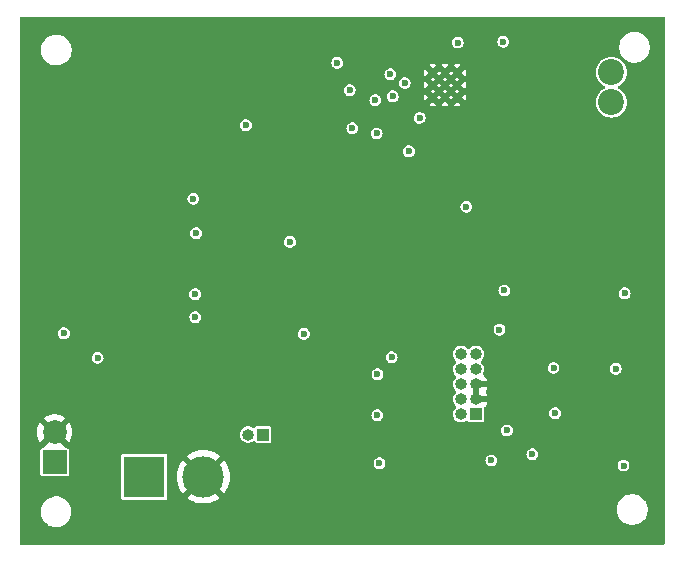
<source format=gbr>
%TF.GenerationSoftware,KiCad,Pcbnew,8.0.3*%
%TF.CreationDate,2024-12-28T18:33:21+01:00*%
%TF.ProjectId,picoballoon,7069636f-6261-46c6-9c6f-6f6e2e6b6963,rev?*%
%TF.SameCoordinates,Original*%
%TF.FileFunction,Copper,L2,Inr*%
%TF.FilePolarity,Positive*%
%FSLAX46Y46*%
G04 Gerber Fmt 4.6, Leading zero omitted, Abs format (unit mm)*
G04 Created by KiCad (PCBNEW 8.0.3) date 2024-12-28 18:33:21*
%MOMM*%
%LPD*%
G01*
G04 APERTURE LIST*
%TA.AperFunction,ComponentPad*%
%ADD10R,1.000000X1.000000*%
%TD*%
%TA.AperFunction,ComponentPad*%
%ADD11O,1.000000X1.000000*%
%TD*%
%TA.AperFunction,ComponentPad*%
%ADD12R,2.000000X2.000000*%
%TD*%
%TA.AperFunction,ComponentPad*%
%ADD13C,2.000000*%
%TD*%
%TA.AperFunction,HeatsinkPad*%
%ADD14C,0.500000*%
%TD*%
%TA.AperFunction,ComponentPad*%
%ADD15C,2.200000*%
%TD*%
%TA.AperFunction,ComponentPad*%
%ADD16R,3.500000X3.500000*%
%TD*%
%TA.AperFunction,ComponentPad*%
%ADD17C,3.500000*%
%TD*%
%TA.AperFunction,ViaPad*%
%ADD18C,0.600000*%
%TD*%
G04 APERTURE END LIST*
D10*
%TO.N,+U_SC*%
%TO.C,J2*%
X127570000Y-119450000D03*
D11*
%TO.N,+U_SC1*%
X126300000Y-119450000D03*
%TD*%
D12*
%TO.N,Net-(D1-A)*%
%TO.C,SC1*%
X109910000Y-121795000D03*
D13*
%TO.N,GND*%
X109910000Y-119255000D03*
%TD*%
D14*
%TO.N,GND*%
%TO.C,*%
X141920000Y-89850000D03*
%TD*%
%TO.N,GND*%
%TO.C,*%
X142965000Y-89860000D03*
%TD*%
%TO.N,GND*%
%TO.C,*%
X142960000Y-88810000D03*
%TD*%
%TO.N,GND*%
%TO.C,*%
X144010000Y-89850000D03*
%TD*%
D15*
%TO.N,Net-(AE2-A)*%
%TO.C,AE2*%
X157050000Y-91320000D03*
%TO.N,N/C*%
X157050000Y-88780000D03*
%TD*%
D10*
%TO.N,+3.3V*%
%TO.C,J1*%
X145590000Y-117730000D03*
D11*
%TO.N,/SWD_DIO*%
X144320000Y-117730000D03*
%TO.N,GND*%
X145590000Y-116460000D03*
%TO.N,/SWD_CLK*%
X144320000Y-116460000D03*
%TO.N,GND*%
X145590000Y-115190000D03*
%TO.N,unconnected-(J1-Pin_6-Pad6)*%
X144320000Y-115190000D03*
%TO.N,unconnected-(J1-Pin_7-Pad7)*%
X145590000Y-113920000D03*
%TO.N,unconnected-(J1-Pin_8-Pad8)*%
X144320000Y-113920000D03*
%TO.N,unconnected-(J1-Pin_9-Pad9)*%
X145590000Y-112650000D03*
%TO.N,/RESET*%
X144320000Y-112650000D03*
%TD*%
D16*
%TO.N,+U_SC1*%
%TO.C,C1*%
X117510000Y-123030000D03*
D17*
%TO.N,GND*%
X122510000Y-123030000D03*
%TD*%
D14*
%TO.N,GND*%
%TO.C,U1*%
X144015000Y-90910000D03*
X144015000Y-88810000D03*
X141915000Y-90910000D03*
X141915000Y-88810000D03*
%TD*%
%TO.N,GND*%
%TO.C,*%
X142960000Y-90910000D03*
%TD*%
D18*
%TO.N,GND*%
X137340000Y-119930000D03*
X135150000Y-121400000D03*
X132380000Y-120000000D03*
X121250000Y-111960000D03*
X119250000Y-111580000D03*
X115650000Y-111190000D03*
X114830000Y-108300000D03*
X113460000Y-110370000D03*
X111810000Y-114630000D03*
X142050000Y-127000000D03*
X139760000Y-127090000D03*
X137660000Y-127120000D03*
X134960000Y-127120000D03*
X132320000Y-127220000D03*
X129710000Y-127160000D03*
X127420000Y-127120000D03*
X125480000Y-126970000D03*
X125580000Y-124710000D03*
X125610000Y-122040000D03*
X121120000Y-118350000D03*
X123640000Y-118250000D03*
X115460000Y-119870000D03*
X123220000Y-126930000D03*
X120170000Y-126490000D03*
X116960000Y-126140000D03*
X114480000Y-126840000D03*
X113270000Y-125030000D03*
X161000000Y-102500000D03*
X152270000Y-123780000D03*
X132270000Y-98320000D03*
X118500000Y-84750000D03*
X159990000Y-127210000D03*
X107500000Y-89500000D03*
X153530000Y-93900000D03*
X134250000Y-128250000D03*
X152040000Y-101590000D03*
X138330000Y-116160000D03*
X149250000Y-128250000D03*
X154360000Y-94060000D03*
X152800000Y-97430000D03*
X161000000Y-91500000D03*
X128200000Y-99600000D03*
X152660000Y-93970000D03*
X112250000Y-128250000D03*
X149580000Y-96460000D03*
X109580000Y-115300000D03*
X107500000Y-117500000D03*
X140250000Y-128250000D03*
X159420000Y-102000000D03*
X126250000Y-128250000D03*
X108490000Y-94330000D03*
X150150000Y-117460000D03*
X157220000Y-103610000D03*
X140500000Y-84750000D03*
X148500000Y-84750000D03*
X161000000Y-111500000D03*
X131050000Y-96960000D03*
X110250000Y-128250000D03*
X134620000Y-116450000D03*
X149760000Y-100030000D03*
X132500000Y-84750000D03*
X155730000Y-123480000D03*
X157970000Y-96620000D03*
X116750000Y-87250000D03*
X150700000Y-101790000D03*
X150170000Y-115230000D03*
X107500000Y-101500000D03*
X130500000Y-84750000D03*
X158250000Y-128250000D03*
X110740000Y-113180000D03*
X152840000Y-91080000D03*
X161000000Y-106500000D03*
X119220000Y-86050000D03*
X154460000Y-96360000D03*
X107500000Y-108500000D03*
X128250000Y-128250000D03*
X145570000Y-108000000D03*
X134440000Y-94180000D03*
X157250000Y-128250000D03*
X126580000Y-99580000D03*
X124140000Y-86010000D03*
X107500000Y-111500000D03*
X135250000Y-128250000D03*
X123580000Y-115230000D03*
X139500000Y-84750000D03*
X157140000Y-117090000D03*
X135540000Y-92380000D03*
X152500000Y-84750000D03*
X124500000Y-84750000D03*
X142250000Y-128250000D03*
X129500000Y-84750000D03*
X129390000Y-91660000D03*
X113250000Y-128250000D03*
X161000000Y-120500000D03*
X130700000Y-92880000D03*
X142550000Y-119670000D03*
X107500000Y-110500000D03*
X136970000Y-101310000D03*
X152829525Y-96645330D03*
X161000000Y-96500000D03*
X142500000Y-84750000D03*
X131430000Y-124667500D03*
X153100000Y-103380000D03*
X157960000Y-95070000D03*
X159600000Y-109880000D03*
X133970000Y-101750000D03*
X115840000Y-100330000D03*
X128500000Y-84750000D03*
X127320000Y-115700000D03*
X145500000Y-84750000D03*
X137620000Y-107690000D03*
X126090000Y-102450000D03*
X108500000Y-84750000D03*
X157960000Y-94280000D03*
X152020000Y-91600000D03*
X116500000Y-84750000D03*
X147660000Y-89840000D03*
X151160000Y-92470000D03*
X113500000Y-84750000D03*
X149000000Y-89000000D03*
X151500000Y-84750000D03*
X142650000Y-110690000D03*
X147730000Y-87360000D03*
X107500000Y-92500000D03*
X137810000Y-104880000D03*
X119500000Y-84750000D03*
X138350000Y-96400000D03*
X118250000Y-128250000D03*
X107500000Y-97500000D03*
X159620000Y-123850000D03*
X112540000Y-89560000D03*
X117370000Y-102940000D03*
X136160000Y-88790000D03*
X161000000Y-105500000D03*
X156990000Y-118140000D03*
X123500000Y-84750000D03*
X129870000Y-99120000D03*
X123250000Y-128250000D03*
X117500000Y-84750000D03*
X157970000Y-97410000D03*
X153660000Y-96580000D03*
X161000000Y-92500000D03*
X132407266Y-117805498D03*
X121500000Y-84750000D03*
X147250000Y-128250000D03*
X158570000Y-92090000D03*
X161000000Y-86500000D03*
X126040000Y-104020000D03*
X108940000Y-97470000D03*
X129090000Y-88020000D03*
X144120000Y-126840000D03*
X159820000Y-122220000D03*
X157420000Y-110720000D03*
X125500000Y-84750000D03*
X109070000Y-106660000D03*
X125310000Y-115480000D03*
X151610000Y-88790000D03*
X142130000Y-125480000D03*
X130250000Y-128250000D03*
X146250000Y-128250000D03*
X118070000Y-118980000D03*
X107500000Y-95500000D03*
X159515097Y-99694018D03*
X133500000Y-84750000D03*
X116250000Y-128250000D03*
X147520000Y-126520000D03*
X152380000Y-88890000D03*
X126630000Y-98030000D03*
X107500000Y-123500000D03*
X147690000Y-88980000D03*
X134460000Y-85620000D03*
X140330000Y-104310000D03*
X138250000Y-128250000D03*
X161000000Y-85500000D03*
X108250000Y-128250000D03*
X152130000Y-114960000D03*
X150500000Y-84750000D03*
X108460000Y-123520000D03*
X148550000Y-90630000D03*
X157970000Y-95830000D03*
X155500000Y-84750000D03*
X132250000Y-128250000D03*
X107500000Y-125500000D03*
X153250000Y-128250000D03*
X112430000Y-94020000D03*
X112930000Y-85780000D03*
X158150000Y-102370000D03*
X151020000Y-99880000D03*
X156390000Y-100880000D03*
X140140000Y-107840000D03*
X158110000Y-92720000D03*
X145250000Y-128250000D03*
X115500000Y-84750000D03*
X161000000Y-122500000D03*
X129290000Y-118210000D03*
X144960000Y-92930000D03*
X107500000Y-114500000D03*
X157450000Y-100950000D03*
X111680000Y-89780000D03*
X148230000Y-100030000D03*
X161000000Y-113500000D03*
X107500000Y-103500000D03*
X111250000Y-128250000D03*
X156500000Y-84750000D03*
X107500000Y-88500000D03*
X114600000Y-99260000D03*
X161000000Y-87500000D03*
X157370000Y-124280000D03*
X157930000Y-93470000D03*
X143500000Y-84750000D03*
X136250000Y-128250000D03*
X107500000Y-84750000D03*
X161000000Y-94500000D03*
X107500000Y-104500000D03*
X147730000Y-90620000D03*
X152320000Y-103310000D03*
X152180000Y-110790000D03*
X148030000Y-98730000D03*
X131500000Y-84750000D03*
X154510000Y-97410000D03*
X144300000Y-98670000D03*
X148580000Y-112210000D03*
X121241067Y-87270300D03*
X158060000Y-101580000D03*
X146500000Y-84750000D03*
X157490000Y-99730000D03*
X161000000Y-123500000D03*
X153640000Y-97570000D03*
X156140000Y-96350000D03*
X148640000Y-101760000D03*
X135380000Y-103410000D03*
X150350000Y-103570000D03*
X126500000Y-84750000D03*
X135000000Y-106420000D03*
X129250000Y-128250000D03*
X107500000Y-126500000D03*
X160500000Y-84750000D03*
X161000000Y-118500000D03*
X137500000Y-84750000D03*
X155250000Y-128250000D03*
X125980000Y-107560000D03*
X161000000Y-124500000D03*
X139130000Y-101730000D03*
X134500000Y-84750000D03*
X161000000Y-108500000D03*
X136680000Y-97250000D03*
X156980000Y-100330000D03*
X132990000Y-96280000D03*
X140000000Y-119400000D03*
X161000000Y-115500000D03*
X161000000Y-121500000D03*
X107500000Y-124500000D03*
X113120000Y-87470000D03*
X150450000Y-98310000D03*
X125250000Y-128250000D03*
X112690000Y-90850000D03*
X158500000Y-84750000D03*
X161000000Y-109500000D03*
X151090000Y-126150000D03*
X157990000Y-98220000D03*
X126020000Y-105540000D03*
X107500000Y-127500000D03*
X161000000Y-88500000D03*
X134700000Y-118990000D03*
X143250000Y-128250000D03*
X128240000Y-98040000D03*
X107500000Y-87500000D03*
X134160000Y-108240000D03*
X161000000Y-117500000D03*
X138500000Y-84750000D03*
X153400000Y-86280000D03*
X107500000Y-93500000D03*
X125950000Y-94860000D03*
X150110000Y-110740000D03*
X133910000Y-89290000D03*
X152040000Y-102480000D03*
X147500000Y-84750000D03*
X107500000Y-99500000D03*
X161000000Y-100500000D03*
X149400000Y-98570000D03*
X153000000Y-89450000D03*
X161000000Y-112500000D03*
X121250000Y-128250000D03*
X152030000Y-100750000D03*
X148560000Y-114080000D03*
X156170000Y-97940000D03*
X107500000Y-106500000D03*
X137250000Y-128250000D03*
X108960000Y-102170000D03*
X107500000Y-121500000D03*
X111710000Y-97280000D03*
X129830000Y-94870000D03*
X113400000Y-106270000D03*
X152250000Y-128250000D03*
X144500000Y-84750000D03*
X150250000Y-128250000D03*
X142130000Y-122750000D03*
X138140000Y-115130000D03*
X138420000Y-112040000D03*
X157920000Y-99010000D03*
X113420000Y-101930000D03*
X129140000Y-115170000D03*
X150680000Y-88940000D03*
X120250000Y-128250000D03*
X161000000Y-101500000D03*
X135660000Y-96450000D03*
X141500000Y-84750000D03*
X154860000Y-95610000D03*
X153500000Y-84750000D03*
X107500000Y-112500000D03*
X112080000Y-91330000D03*
X149260000Y-123840000D03*
X161000000Y-103500000D03*
X124250000Y-128250000D03*
X143200000Y-109670000D03*
X156380000Y-86240000D03*
X148450000Y-121070000D03*
X136530000Y-113430000D03*
X161000000Y-90500000D03*
X145150000Y-96420000D03*
X109262939Y-128237369D03*
X152190000Y-116700000D03*
X143160000Y-99480000D03*
X127440000Y-113010000D03*
X112500000Y-84750000D03*
X159470000Y-94280000D03*
X110500000Y-84750000D03*
X114990000Y-86350000D03*
X157500000Y-84750000D03*
X107500000Y-105500000D03*
X161000000Y-95500000D03*
X153120000Y-106600000D03*
X107500000Y-119500000D03*
X154790000Y-94760000D03*
X107500000Y-91500000D03*
X151160000Y-93240000D03*
X107500000Y-98500000D03*
X151250000Y-128250000D03*
X154380000Y-88700000D03*
X107500000Y-113500000D03*
X161000000Y-110500000D03*
X107500000Y-86500000D03*
X107500000Y-94500000D03*
X159500000Y-84750000D03*
X114250000Y-128250000D03*
X155330000Y-97370000D03*
X107500000Y-120500000D03*
X150380000Y-97490000D03*
X127500000Y-84750000D03*
X154250000Y-128250000D03*
X135360000Y-124667500D03*
X161000000Y-99500000D03*
X107500000Y-102500000D03*
X161000000Y-89500000D03*
X122500000Y-84750000D03*
X111500000Y-84750000D03*
X161000000Y-97500000D03*
X155620000Y-103340000D03*
X161000000Y-119500000D03*
X107500000Y-116500000D03*
X156390000Y-103500000D03*
X119250000Y-128250000D03*
X147710000Y-88160000D03*
X141250000Y-128250000D03*
X161000000Y-125500000D03*
X136500000Y-84750000D03*
X111690000Y-116730000D03*
X151200000Y-91690000D03*
X136090000Y-86180000D03*
X157510000Y-127180000D03*
X145490000Y-123860000D03*
X161000000Y-127500000D03*
X151960000Y-99940000D03*
X159815960Y-119121151D03*
X107500000Y-100500000D03*
X117250000Y-128250000D03*
X153980000Y-103340000D03*
X134320000Y-113280000D03*
X161000000Y-126500000D03*
X125770000Y-87600000D03*
X161000000Y-93500000D03*
X146080000Y-99210000D03*
X161000000Y-114500000D03*
X135110000Y-87240000D03*
X157870000Y-103150000D03*
X135350000Y-95150000D03*
X159690000Y-107430000D03*
X159520000Y-111690000D03*
X107500000Y-109500000D03*
X156130000Y-95530000D03*
X129350000Y-93090000D03*
X156150000Y-97150000D03*
X108890000Y-110850000D03*
X107500000Y-122500000D03*
X159820000Y-116760000D03*
X156160000Y-94740000D03*
X141210000Y-119730000D03*
X115250000Y-128250000D03*
X150420000Y-87270000D03*
X108900000Y-113120000D03*
X154740000Y-103370000D03*
X149500000Y-84750000D03*
X127860000Y-94870000D03*
X107500000Y-96500000D03*
X107500000Y-118500000D03*
X155760000Y-92480000D03*
X133250000Y-128250000D03*
X150440000Y-112990000D03*
X107500000Y-90500000D03*
X159600000Y-96940000D03*
X107500000Y-85500000D03*
X156160000Y-93190000D03*
X159350000Y-89300000D03*
X151100000Y-94060000D03*
X139250000Y-128250000D03*
X128600000Y-86220000D03*
X156250000Y-128250000D03*
X159600000Y-114010000D03*
X150500000Y-99140000D03*
X149820000Y-88940000D03*
X154480000Y-100130000D03*
X154250000Y-91730000D03*
X150320000Y-96710000D03*
X142310000Y-97590000D03*
X122250000Y-128250000D03*
X136510000Y-112180000D03*
X148720000Y-89790000D03*
X161000000Y-107500000D03*
X135500000Y-84750000D03*
X144250000Y-128250000D03*
X153110000Y-90350000D03*
X161000000Y-104500000D03*
X159560000Y-104510000D03*
X151880000Y-94100000D03*
X107500000Y-107500000D03*
X148330000Y-103780000D03*
X131610000Y-95000000D03*
X159250000Y-128250000D03*
X161000000Y-116500000D03*
X107500000Y-115500000D03*
X160250000Y-128250000D03*
X133550000Y-104420000D03*
X154500000Y-84750000D03*
X109500000Y-84750000D03*
X156170000Y-93950000D03*
X148250000Y-128250000D03*
X161000000Y-98500000D03*
X152170000Y-112840000D03*
X114500000Y-84750000D03*
X131250000Y-128250000D03*
X120500000Y-84750000D03*
X114550000Y-103820000D03*
X127250000Y-128250000D03*
%TO.N,+3.3V*%
X147910000Y-86200000D03*
X158080000Y-122080000D03*
X121810000Y-107560000D03*
X144780000Y-100170000D03*
X158180000Y-107500000D03*
X144040000Y-86260000D03*
X137060000Y-91150000D03*
X152290000Y-117650000D03*
X126110003Y-93260003D03*
X137170000Y-93960000D03*
X121820000Y-109510000D03*
X150370000Y-121120000D03*
X121900000Y-102410000D03*
X148000000Y-107250000D03*
X129840000Y-103140000D03*
X157417500Y-113872500D03*
X121670000Y-99490000D03*
X146900000Y-121650000D03*
X152155000Y-113816826D03*
X148210000Y-119110000D03*
X131020000Y-110920000D03*
X138345000Y-88945000D03*
X138440000Y-112910000D03*
X113550000Y-112965000D03*
X147580000Y-110570000D03*
X137420000Y-121887500D03*
X110690000Y-110890000D03*
%TO.N,/MISO*%
X138540000Y-90820000D03*
X134900000Y-90290000D03*
%TO.N,/MOSI*%
X139910000Y-95480000D03*
X135130000Y-93530000D03*
%TO.N,/SCLK*%
X139560000Y-89690000D03*
X133850000Y-87980000D03*
X140820000Y-92650000D03*
%TO.N,/SWD_DIO*%
X137240000Y-117819978D03*
X137250000Y-114340000D03*
%TD*%
%TA.AperFunction,Conductor*%
%TO.N,GND*%
G36*
X161512539Y-84079685D02*
G01*
X161558294Y-84132489D01*
X161569500Y-84184000D01*
X161569500Y-128685500D01*
X161549815Y-128752539D01*
X161497011Y-128798294D01*
X161445500Y-128809500D01*
X107094500Y-128809500D01*
X107027461Y-128789815D01*
X106981706Y-128737011D01*
X106970500Y-128685500D01*
X106970500Y-125887648D01*
X108739500Y-125887648D01*
X108739500Y-126092352D01*
X108743878Y-126119995D01*
X108771522Y-126294534D01*
X108834781Y-126489223D01*
X108927715Y-126671613D01*
X109048028Y-126837213D01*
X109192786Y-126981971D01*
X109311854Y-127068477D01*
X109358390Y-127102287D01*
X109474607Y-127161503D01*
X109540776Y-127195218D01*
X109540778Y-127195218D01*
X109540781Y-127195220D01*
X109645137Y-127229127D01*
X109735465Y-127258477D01*
X109836557Y-127274488D01*
X109937648Y-127290500D01*
X109937649Y-127290500D01*
X110142351Y-127290500D01*
X110142352Y-127290500D01*
X110344534Y-127258477D01*
X110539219Y-127195220D01*
X110721610Y-127102287D01*
X110814590Y-127034732D01*
X110887213Y-126981971D01*
X110887215Y-126981968D01*
X110887219Y-126981966D01*
X111031966Y-126837219D01*
X111031968Y-126837215D01*
X111031971Y-126837213D01*
X111084732Y-126764590D01*
X111152287Y-126671610D01*
X111245220Y-126489219D01*
X111308477Y-126294534D01*
X111340500Y-126092352D01*
X111340500Y-125887648D01*
X111310407Y-125697648D01*
X157529500Y-125697648D01*
X157529500Y-125902351D01*
X157561522Y-126104534D01*
X157624781Y-126299223D01*
X157717715Y-126481613D01*
X157838028Y-126647213D01*
X157982786Y-126791971D01*
X158137749Y-126904556D01*
X158148390Y-126912287D01*
X158264607Y-126971503D01*
X158330776Y-127005218D01*
X158330778Y-127005218D01*
X158330781Y-127005220D01*
X158435137Y-127039127D01*
X158525465Y-127068477D01*
X158626557Y-127084488D01*
X158727648Y-127100500D01*
X158727649Y-127100500D01*
X158932351Y-127100500D01*
X158932352Y-127100500D01*
X159134534Y-127068477D01*
X159329219Y-127005220D01*
X159511610Y-126912287D01*
X159614941Y-126837213D01*
X159677213Y-126791971D01*
X159677215Y-126791968D01*
X159677219Y-126791966D01*
X159821966Y-126647219D01*
X159821968Y-126647215D01*
X159821971Y-126647213D01*
X159874732Y-126574590D01*
X159942287Y-126481610D01*
X160035220Y-126299219D01*
X160098477Y-126104534D01*
X160130500Y-125902352D01*
X160130500Y-125697648D01*
X160098477Y-125495466D01*
X160035220Y-125300781D01*
X160035218Y-125300778D01*
X160035218Y-125300776D01*
X160001503Y-125234607D01*
X159942287Y-125118390D01*
X159934556Y-125107749D01*
X159821971Y-124952786D01*
X159677213Y-124808028D01*
X159511613Y-124687715D01*
X159511612Y-124687714D01*
X159511610Y-124687713D01*
X159454653Y-124658691D01*
X159329223Y-124594781D01*
X159134534Y-124531522D01*
X158959995Y-124503878D01*
X158932352Y-124499500D01*
X158727648Y-124499500D01*
X158703329Y-124503351D01*
X158525465Y-124531522D01*
X158330776Y-124594781D01*
X158148386Y-124687715D01*
X157982786Y-124808028D01*
X157838028Y-124952786D01*
X157717715Y-125118386D01*
X157624781Y-125300776D01*
X157561522Y-125495465D01*
X157529500Y-125697648D01*
X111310407Y-125697648D01*
X111308477Y-125685465D01*
X111245218Y-125490776D01*
X111211503Y-125424607D01*
X111152287Y-125308390D01*
X111121153Y-125265537D01*
X111031971Y-125142786D01*
X110887213Y-124998028D01*
X110721613Y-124877715D01*
X110721612Y-124877714D01*
X110721610Y-124877713D01*
X110664653Y-124848691D01*
X110539223Y-124784781D01*
X110344534Y-124721522D01*
X110169995Y-124693878D01*
X110142352Y-124689500D01*
X109937648Y-124689500D01*
X109913329Y-124693351D01*
X109735465Y-124721522D01*
X109540776Y-124784781D01*
X109358386Y-124877715D01*
X109192786Y-124998028D01*
X109048028Y-125142786D01*
X108927715Y-125308386D01*
X108834781Y-125490776D01*
X108771522Y-125685465D01*
X108739500Y-125887648D01*
X106970500Y-125887648D01*
X106970500Y-119254994D01*
X108404859Y-119254994D01*
X108404859Y-119255005D01*
X108425385Y-119502729D01*
X108425387Y-119502738D01*
X108486412Y-119743717D01*
X108586266Y-119971364D01*
X108686564Y-120124882D01*
X109427037Y-119384409D01*
X109444075Y-119447993D01*
X109509901Y-119562007D01*
X109602993Y-119655099D01*
X109717007Y-119720925D01*
X109780590Y-119737962D01*
X109034024Y-120484527D01*
X109023469Y-120530947D01*
X108973602Y-120579886D01*
X108915200Y-120594500D01*
X108890247Y-120594500D01*
X108831770Y-120606131D01*
X108831769Y-120606132D01*
X108765447Y-120650447D01*
X108721132Y-120716769D01*
X108721131Y-120716770D01*
X108709500Y-120775247D01*
X108709500Y-122814752D01*
X108721131Y-122873229D01*
X108721132Y-122873230D01*
X108765447Y-122939552D01*
X108831769Y-122983867D01*
X108831770Y-122983868D01*
X108890247Y-122995499D01*
X108890250Y-122995500D01*
X108890252Y-122995500D01*
X110929750Y-122995500D01*
X110929751Y-122995499D01*
X110944568Y-122992552D01*
X110988229Y-122983868D01*
X110988229Y-122983867D01*
X110988231Y-122983867D01*
X111054552Y-122939552D01*
X111098867Y-122873231D01*
X111098867Y-122873229D01*
X111098868Y-122873229D01*
X111110499Y-122814752D01*
X111110500Y-122814750D01*
X111110500Y-121260247D01*
X115559500Y-121260247D01*
X115559500Y-124799752D01*
X115571131Y-124858229D01*
X115571132Y-124858230D01*
X115615447Y-124924552D01*
X115681769Y-124968867D01*
X115681770Y-124968868D01*
X115740247Y-124980499D01*
X115740250Y-124980500D01*
X115740252Y-124980500D01*
X119279750Y-124980500D01*
X119279751Y-124980499D01*
X119294568Y-124977552D01*
X119338229Y-124968868D01*
X119338229Y-124968867D01*
X119338231Y-124968867D01*
X119404552Y-124924552D01*
X119448867Y-124858231D01*
X119448867Y-124858229D01*
X119448868Y-124858229D01*
X119460499Y-124799752D01*
X119460500Y-124799750D01*
X119460500Y-123030000D01*
X120255172Y-123030000D01*
X120274462Y-123324312D01*
X120274464Y-123324324D01*
X120332001Y-123613584D01*
X120332005Y-123613599D01*
X120426812Y-123892888D01*
X120557258Y-124157406D01*
X120557265Y-124157419D01*
X120721123Y-124402649D01*
X120750405Y-124436040D01*
X122027037Y-123159408D01*
X122044075Y-123222993D01*
X122109901Y-123337007D01*
X122202993Y-123430099D01*
X122317007Y-123495925D01*
X122380590Y-123512962D01*
X121103958Y-124789593D01*
X121137350Y-124818876D01*
X121382580Y-124982734D01*
X121382593Y-124982741D01*
X121647111Y-125113187D01*
X121926400Y-125207994D01*
X121926415Y-125207998D01*
X122215675Y-125265535D01*
X122215687Y-125265537D01*
X122510000Y-125284827D01*
X122804312Y-125265537D01*
X122804324Y-125265535D01*
X123093584Y-125207998D01*
X123093599Y-125207994D01*
X123372888Y-125113187D01*
X123637406Y-124982741D01*
X123637419Y-124982734D01*
X123882648Y-124818877D01*
X123916039Y-124789593D01*
X122639410Y-123512962D01*
X122702993Y-123495925D01*
X122817007Y-123430099D01*
X122910099Y-123337007D01*
X122975925Y-123222993D01*
X122992962Y-123159409D01*
X124269593Y-124436039D01*
X124298877Y-124402648D01*
X124462734Y-124157419D01*
X124462741Y-124157406D01*
X124593187Y-123892888D01*
X124687994Y-123613599D01*
X124687998Y-123613584D01*
X124745535Y-123324324D01*
X124745537Y-123324312D01*
X124764827Y-123030000D01*
X124745537Y-122735687D01*
X124745535Y-122735675D01*
X124687998Y-122446415D01*
X124687994Y-122446400D01*
X124593187Y-122167111D01*
X124462741Y-121902593D01*
X124462734Y-121902580D01*
X124452658Y-121887500D01*
X136914353Y-121887500D01*
X136934834Y-122029956D01*
X136935833Y-122032143D01*
X136994623Y-122160873D01*
X137088872Y-122269643D01*
X137209947Y-122347453D01*
X137209950Y-122347454D01*
X137209949Y-122347454D01*
X137348036Y-122387999D01*
X137348038Y-122388000D01*
X137348039Y-122388000D01*
X137491962Y-122388000D01*
X137491962Y-122387999D01*
X137630053Y-122347453D01*
X137751128Y-122269643D01*
X137845377Y-122160873D01*
X137905165Y-122029957D01*
X137925647Y-121887500D01*
X137905165Y-121745043D01*
X137861760Y-121650000D01*
X146394353Y-121650000D01*
X146414834Y-121792456D01*
X146458240Y-121887500D01*
X146474623Y-121923373D01*
X146568872Y-122032143D01*
X146689947Y-122109953D01*
X146689950Y-122109954D01*
X146689949Y-122109954D01*
X146828036Y-122150499D01*
X146828038Y-122150500D01*
X146828039Y-122150500D01*
X146971962Y-122150500D01*
X146971962Y-122150499D01*
X147110053Y-122109953D01*
X147156661Y-122080000D01*
X157574353Y-122080000D01*
X157594834Y-122222456D01*
X157616384Y-122269643D01*
X157654623Y-122353373D01*
X157748872Y-122462143D01*
X157869947Y-122539953D01*
X157869950Y-122539954D01*
X157869949Y-122539954D01*
X158008036Y-122580499D01*
X158008038Y-122580500D01*
X158008039Y-122580500D01*
X158151962Y-122580500D01*
X158151962Y-122580499D01*
X158290053Y-122539953D01*
X158411128Y-122462143D01*
X158505377Y-122353373D01*
X158565165Y-122222457D01*
X158585647Y-122080000D01*
X158565165Y-121937543D01*
X158505377Y-121806627D01*
X158411128Y-121697857D01*
X158290053Y-121620047D01*
X158290051Y-121620046D01*
X158290049Y-121620045D01*
X158290050Y-121620045D01*
X158151963Y-121579500D01*
X158151961Y-121579500D01*
X158008039Y-121579500D01*
X158008036Y-121579500D01*
X157869949Y-121620045D01*
X157748873Y-121697856D01*
X157654623Y-121806626D01*
X157654622Y-121806628D01*
X157594834Y-121937543D01*
X157574353Y-122080000D01*
X147156661Y-122080000D01*
X147231128Y-122032143D01*
X147325377Y-121923373D01*
X147385165Y-121792457D01*
X147405647Y-121650000D01*
X147385165Y-121507543D01*
X147325377Y-121376627D01*
X147231128Y-121267857D01*
X147110053Y-121190047D01*
X147110051Y-121190046D01*
X147110049Y-121190045D01*
X147110050Y-121190045D01*
X146971963Y-121149500D01*
X146971961Y-121149500D01*
X146828039Y-121149500D01*
X146828036Y-121149500D01*
X146689949Y-121190045D01*
X146568873Y-121267856D01*
X146474623Y-121376626D01*
X146474622Y-121376628D01*
X146414834Y-121507543D01*
X146394353Y-121650000D01*
X137861760Y-121650000D01*
X137845377Y-121614127D01*
X137751128Y-121505357D01*
X137630053Y-121427547D01*
X137630051Y-121427546D01*
X137630049Y-121427545D01*
X137630050Y-121427545D01*
X137491963Y-121387000D01*
X137491961Y-121387000D01*
X137348039Y-121387000D01*
X137348036Y-121387000D01*
X137209949Y-121427545D01*
X137088873Y-121505356D01*
X136994623Y-121614126D01*
X136994622Y-121614128D01*
X136934834Y-121745043D01*
X136914353Y-121887500D01*
X124452658Y-121887500D01*
X124298876Y-121657350D01*
X124269593Y-121623958D01*
X122992962Y-122900589D01*
X122975925Y-122837007D01*
X122910099Y-122722993D01*
X122817007Y-122629901D01*
X122702993Y-122564075D01*
X122639409Y-122547037D01*
X123916040Y-121270405D01*
X123882649Y-121241123D01*
X123701376Y-121120000D01*
X149864353Y-121120000D01*
X149884834Y-121262456D01*
X149944622Y-121393371D01*
X149944623Y-121393373D01*
X150038872Y-121502143D01*
X150159947Y-121579953D01*
X150159950Y-121579954D01*
X150159949Y-121579954D01*
X150267107Y-121611417D01*
X150296496Y-121620047D01*
X150298036Y-121620499D01*
X150298038Y-121620500D01*
X150298039Y-121620500D01*
X150441962Y-121620500D01*
X150441962Y-121620499D01*
X150580053Y-121579953D01*
X150701128Y-121502143D01*
X150795377Y-121393373D01*
X150855165Y-121262457D01*
X150875647Y-121120000D01*
X150855165Y-120977543D01*
X150795377Y-120846627D01*
X150701128Y-120737857D01*
X150580053Y-120660047D01*
X150580051Y-120660046D01*
X150580049Y-120660045D01*
X150580050Y-120660045D01*
X150441963Y-120619500D01*
X150441961Y-120619500D01*
X150298039Y-120619500D01*
X150298036Y-120619500D01*
X150159949Y-120660045D01*
X150038873Y-120737856D01*
X149944623Y-120846626D01*
X149944622Y-120846628D01*
X149884834Y-120977543D01*
X149864353Y-121120000D01*
X123701376Y-121120000D01*
X123637419Y-121077265D01*
X123637406Y-121077258D01*
X123372888Y-120946812D01*
X123093599Y-120852005D01*
X123093584Y-120852001D01*
X122804324Y-120794464D01*
X122804312Y-120794462D01*
X122510000Y-120775172D01*
X122215687Y-120794462D01*
X122215675Y-120794464D01*
X121926415Y-120852001D01*
X121926400Y-120852005D01*
X121647111Y-120946812D01*
X121382593Y-121077258D01*
X121382580Y-121077265D01*
X121137346Y-121241126D01*
X121137339Y-121241131D01*
X121103959Y-121270403D01*
X121103959Y-121270405D01*
X122380591Y-122547037D01*
X122317007Y-122564075D01*
X122202993Y-122629901D01*
X122109901Y-122722993D01*
X122044075Y-122837007D01*
X122027037Y-122900591D01*
X120750405Y-121623959D01*
X120750403Y-121623959D01*
X120721131Y-121657339D01*
X120721126Y-121657346D01*
X120557265Y-121902580D01*
X120557258Y-121902593D01*
X120426812Y-122167111D01*
X120332005Y-122446400D01*
X120332001Y-122446415D01*
X120274464Y-122735675D01*
X120274462Y-122735687D01*
X120255172Y-123030000D01*
X119460500Y-123030000D01*
X119460500Y-121260249D01*
X119460499Y-121260247D01*
X119448868Y-121201770D01*
X119448867Y-121201769D01*
X119404552Y-121135447D01*
X119338230Y-121091132D01*
X119338229Y-121091131D01*
X119279752Y-121079500D01*
X119279748Y-121079500D01*
X115740252Y-121079500D01*
X115740247Y-121079500D01*
X115681770Y-121091131D01*
X115681769Y-121091132D01*
X115615447Y-121135447D01*
X115571132Y-121201769D01*
X115571131Y-121201770D01*
X115559500Y-121260247D01*
X111110500Y-121260247D01*
X111110500Y-120775249D01*
X111110499Y-120775247D01*
X111098868Y-120716770D01*
X111098867Y-120716769D01*
X111054552Y-120650447D01*
X110988230Y-120606132D01*
X110988229Y-120606131D01*
X110929752Y-120594500D01*
X110929748Y-120594500D01*
X110904799Y-120594500D01*
X110837760Y-120574815D01*
X110792005Y-120522011D01*
X110784851Y-120483404D01*
X110039409Y-119737962D01*
X110102993Y-119720925D01*
X110217007Y-119655099D01*
X110310099Y-119562007D01*
X110375925Y-119447993D01*
X110392962Y-119384410D01*
X111133434Y-120124882D01*
X111233731Y-119971369D01*
X111333587Y-119743717D01*
X111394612Y-119502738D01*
X111394614Y-119502729D01*
X111398983Y-119450000D01*
X125594355Y-119450000D01*
X125614859Y-119618869D01*
X125614860Y-119618874D01*
X125675182Y-119777931D01*
X125730500Y-119858071D01*
X125771817Y-119917929D01*
X125832133Y-119971364D01*
X125899150Y-120030736D01*
X126049773Y-120109789D01*
X126049775Y-120109790D01*
X126214944Y-120150500D01*
X126385056Y-120150500D01*
X126550225Y-120109790D01*
X126668641Y-120047640D01*
X126700849Y-120030736D01*
X126700850Y-120030734D01*
X126700852Y-120030734D01*
X126708771Y-120023717D01*
X126772001Y-119993995D01*
X126841265Y-120003175D01*
X126894102Y-120047640D01*
X126925447Y-120094552D01*
X126991769Y-120138867D01*
X126991770Y-120138868D01*
X127050247Y-120150499D01*
X127050250Y-120150500D01*
X127050252Y-120150500D01*
X128089750Y-120150500D01*
X128089751Y-120150499D01*
X128104568Y-120147552D01*
X128148229Y-120138868D01*
X128148229Y-120138867D01*
X128148231Y-120138867D01*
X128214552Y-120094552D01*
X128258867Y-120028231D01*
X128258867Y-120028229D01*
X128258868Y-120028229D01*
X128267552Y-119984568D01*
X128270500Y-119969748D01*
X128270500Y-119110000D01*
X147704353Y-119110000D01*
X147724834Y-119252456D01*
X147756058Y-119320826D01*
X147784623Y-119383373D01*
X147878872Y-119492143D01*
X147999947Y-119569953D01*
X147999950Y-119569954D01*
X147999949Y-119569954D01*
X148138036Y-119610499D01*
X148138038Y-119610500D01*
X148138039Y-119610500D01*
X148281962Y-119610500D01*
X148281962Y-119610499D01*
X148420053Y-119569953D01*
X148541128Y-119492143D01*
X148635377Y-119383373D01*
X148695165Y-119252457D01*
X148715647Y-119110000D01*
X148695165Y-118967543D01*
X148635377Y-118836627D01*
X148541128Y-118727857D01*
X148420053Y-118650047D01*
X148420051Y-118650046D01*
X148420049Y-118650045D01*
X148420050Y-118650045D01*
X148281963Y-118609500D01*
X148281961Y-118609500D01*
X148138039Y-118609500D01*
X148138036Y-118609500D01*
X147999949Y-118650045D01*
X147878873Y-118727856D01*
X147784623Y-118836626D01*
X147784622Y-118836628D01*
X147724834Y-118967543D01*
X147704353Y-119110000D01*
X128270500Y-119110000D01*
X128270500Y-118930252D01*
X128270500Y-118930249D01*
X128270499Y-118930247D01*
X128258868Y-118871770D01*
X128258867Y-118871769D01*
X128214552Y-118805447D01*
X128148230Y-118761132D01*
X128148229Y-118761131D01*
X128089752Y-118749500D01*
X128089748Y-118749500D01*
X127050252Y-118749500D01*
X127050247Y-118749500D01*
X126991770Y-118761131D01*
X126991769Y-118761132D01*
X126925448Y-118805446D01*
X126894102Y-118852360D01*
X126840489Y-118897164D01*
X126771164Y-118905871D01*
X126708773Y-118876283D01*
X126700852Y-118869266D01*
X126700850Y-118869264D01*
X126550226Y-118790210D01*
X126385056Y-118749500D01*
X126214944Y-118749500D01*
X126049773Y-118790210D01*
X125899150Y-118869263D01*
X125771816Y-118982072D01*
X125675182Y-119122068D01*
X125614860Y-119281125D01*
X125614859Y-119281130D01*
X125594355Y-119450000D01*
X111398983Y-119450000D01*
X111415141Y-119255005D01*
X111415141Y-119254994D01*
X111394614Y-119007270D01*
X111394612Y-119007261D01*
X111333587Y-118766282D01*
X111233731Y-118538630D01*
X111133434Y-118385116D01*
X110392962Y-119125589D01*
X110375925Y-119062007D01*
X110310099Y-118947993D01*
X110217007Y-118854901D01*
X110102993Y-118789075D01*
X110039410Y-118772037D01*
X110780057Y-118031390D01*
X110780056Y-118031389D01*
X110733229Y-117994943D01*
X110514614Y-117876635D01*
X110514603Y-117876630D01*
X110349583Y-117819978D01*
X136734353Y-117819978D01*
X136754834Y-117962434D01*
X136798447Y-118057931D01*
X136814623Y-118093351D01*
X136908872Y-118202121D01*
X137029947Y-118279931D01*
X137029950Y-118279932D01*
X137029949Y-118279932D01*
X137168036Y-118320477D01*
X137168038Y-118320478D01*
X137168039Y-118320478D01*
X137311962Y-118320478D01*
X137311962Y-118320477D01*
X137450053Y-118279931D01*
X137571128Y-118202121D01*
X137665377Y-118093351D01*
X137725165Y-117962435D01*
X137745647Y-117819978D01*
X137725165Y-117677521D01*
X137665377Y-117546605D01*
X137571128Y-117437835D01*
X137450053Y-117360025D01*
X137450051Y-117360024D01*
X137450049Y-117360023D01*
X137450050Y-117360023D01*
X137311963Y-117319478D01*
X137311961Y-117319478D01*
X137168039Y-117319478D01*
X137168036Y-117319478D01*
X137029949Y-117360023D01*
X136908873Y-117437834D01*
X136814623Y-117546604D01*
X136814622Y-117546606D01*
X136754834Y-117677521D01*
X136734353Y-117819978D01*
X110349583Y-117819978D01*
X110279493Y-117795916D01*
X110034293Y-117755000D01*
X109785707Y-117755000D01*
X109540506Y-117795916D01*
X109305396Y-117876630D01*
X109305390Y-117876632D01*
X109086761Y-117994949D01*
X109039942Y-118031388D01*
X109039942Y-118031390D01*
X109780590Y-118772037D01*
X109717007Y-118789075D01*
X109602993Y-118854901D01*
X109509901Y-118947993D01*
X109444075Y-119062007D01*
X109427037Y-119125589D01*
X108686564Y-118385116D01*
X108586267Y-118538632D01*
X108486412Y-118766282D01*
X108425387Y-119007261D01*
X108425385Y-119007270D01*
X108404859Y-119254994D01*
X106970500Y-119254994D01*
X106970500Y-114340000D01*
X136744353Y-114340000D01*
X136764834Y-114482456D01*
X136809286Y-114579790D01*
X136824623Y-114613373D01*
X136918872Y-114722143D01*
X137039947Y-114799953D01*
X137039950Y-114799954D01*
X137039949Y-114799954D01*
X137178036Y-114840499D01*
X137178038Y-114840500D01*
X137178039Y-114840500D01*
X137321962Y-114840500D01*
X137321962Y-114840499D01*
X137429121Y-114809035D01*
X137460050Y-114799954D01*
X137460050Y-114799953D01*
X137460053Y-114799953D01*
X137581128Y-114722143D01*
X137675377Y-114613373D01*
X137735165Y-114482457D01*
X137755647Y-114340000D01*
X137735165Y-114197543D01*
X137675377Y-114066627D01*
X137581128Y-113957857D01*
X137460053Y-113880047D01*
X137460051Y-113880046D01*
X137460049Y-113880045D01*
X137460050Y-113880045D01*
X137321963Y-113839500D01*
X137321961Y-113839500D01*
X137178039Y-113839500D01*
X137178036Y-113839500D01*
X137039949Y-113880045D01*
X136918873Y-113957856D01*
X136824623Y-114066626D01*
X136824622Y-114066628D01*
X136764834Y-114197543D01*
X136744353Y-114340000D01*
X106970500Y-114340000D01*
X106970500Y-112965000D01*
X113044353Y-112965000D01*
X113064834Y-113107456D01*
X113099504Y-113183371D01*
X113124623Y-113238373D01*
X113218872Y-113347143D01*
X113339947Y-113424953D01*
X113339950Y-113424954D01*
X113339949Y-113424954D01*
X113478036Y-113465499D01*
X113478038Y-113465500D01*
X113478039Y-113465500D01*
X113621962Y-113465500D01*
X113621962Y-113465499D01*
X113760053Y-113424953D01*
X113881128Y-113347143D01*
X113975377Y-113238373D01*
X114035165Y-113107457D01*
X114055647Y-112965000D01*
X114047739Y-112910000D01*
X137934353Y-112910000D01*
X137954834Y-113052456D01*
X137979952Y-113107456D01*
X138014623Y-113183373D01*
X138108872Y-113292143D01*
X138229947Y-113369953D01*
X138229950Y-113369954D01*
X138229949Y-113369954D01*
X138368036Y-113410499D01*
X138368038Y-113410500D01*
X138368039Y-113410500D01*
X138511962Y-113410500D01*
X138511962Y-113410499D01*
X138623277Y-113377815D01*
X138650050Y-113369954D01*
X138650050Y-113369953D01*
X138650053Y-113369953D01*
X138771128Y-113292143D01*
X138865377Y-113183373D01*
X138925165Y-113052457D01*
X138945647Y-112910000D01*
X138925165Y-112767543D01*
X138871484Y-112650000D01*
X143614355Y-112650000D01*
X143634859Y-112818869D01*
X143634860Y-112818874D01*
X143695182Y-112977931D01*
X143791818Y-113117930D01*
X143875634Y-113192185D01*
X143912761Y-113251374D01*
X143911993Y-113321240D01*
X143875634Y-113377815D01*
X143791818Y-113452069D01*
X143695182Y-113592068D01*
X143634860Y-113751125D01*
X143634859Y-113751130D01*
X143614355Y-113920000D01*
X143634859Y-114088869D01*
X143634860Y-114088874D01*
X143695182Y-114247931D01*
X143743082Y-114317325D01*
X143781511Y-114372999D01*
X143791818Y-114387930D01*
X143875634Y-114462185D01*
X143912761Y-114521374D01*
X143911993Y-114591240D01*
X143875634Y-114647815D01*
X143791818Y-114722069D01*
X143695182Y-114862068D01*
X143634860Y-115021125D01*
X143634859Y-115021130D01*
X143614355Y-115190000D01*
X143634859Y-115358869D01*
X143634860Y-115358874D01*
X143695182Y-115517931D01*
X143791818Y-115657930D01*
X143875634Y-115732185D01*
X143912761Y-115791374D01*
X143911993Y-115861240D01*
X143875634Y-115917815D01*
X143791818Y-115992069D01*
X143695182Y-116132068D01*
X143634860Y-116291125D01*
X143634859Y-116291130D01*
X143614355Y-116460000D01*
X143634859Y-116628869D01*
X143634860Y-116628874D01*
X143695182Y-116787931D01*
X143791818Y-116927930D01*
X143875634Y-117002185D01*
X143912761Y-117061374D01*
X143911993Y-117131240D01*
X143875634Y-117187815D01*
X143791818Y-117262069D01*
X143695182Y-117402068D01*
X143634860Y-117561125D01*
X143634859Y-117561130D01*
X143614355Y-117730000D01*
X143634859Y-117898869D01*
X143634860Y-117898874D01*
X143695182Y-118057931D01*
X143731091Y-118109953D01*
X143791817Y-118197929D01*
X143884380Y-118279932D01*
X143919150Y-118310736D01*
X144069773Y-118389789D01*
X144069775Y-118389790D01*
X144234944Y-118430500D01*
X144405056Y-118430500D01*
X144570225Y-118389790D01*
X144702287Y-118320478D01*
X144720849Y-118310736D01*
X144720850Y-118310734D01*
X144720852Y-118310734D01*
X144728771Y-118303717D01*
X144792001Y-118273995D01*
X144861265Y-118283175D01*
X144914102Y-118327640D01*
X144945447Y-118374552D01*
X145011769Y-118418867D01*
X145011770Y-118418868D01*
X145070247Y-118430499D01*
X145070250Y-118430500D01*
X145070252Y-118430500D01*
X146109750Y-118430500D01*
X146109751Y-118430499D01*
X146124568Y-118427552D01*
X146168229Y-118418868D01*
X146168229Y-118418867D01*
X146168231Y-118418867D01*
X146234552Y-118374552D01*
X146278867Y-118308231D01*
X146278867Y-118308229D01*
X146278868Y-118308229D01*
X146290499Y-118249752D01*
X146290500Y-118249750D01*
X146290500Y-117650000D01*
X151784353Y-117650000D01*
X151804834Y-117792456D01*
X151864622Y-117923371D01*
X151864623Y-117923373D01*
X151958872Y-118032143D01*
X152079947Y-118109953D01*
X152079950Y-118109954D01*
X152079949Y-118109954D01*
X152218036Y-118150499D01*
X152218038Y-118150500D01*
X152218039Y-118150500D01*
X152361962Y-118150500D01*
X152361962Y-118150499D01*
X152500053Y-118109953D01*
X152621128Y-118032143D01*
X152715377Y-117923373D01*
X152775165Y-117792457D01*
X152795647Y-117650000D01*
X152775165Y-117507543D01*
X152715377Y-117376627D01*
X152621128Y-117267857D01*
X152500053Y-117190047D01*
X152500051Y-117190046D01*
X152500049Y-117190045D01*
X152500050Y-117190045D01*
X152361963Y-117149500D01*
X152361961Y-117149500D01*
X152218039Y-117149500D01*
X152218036Y-117149500D01*
X152079949Y-117190045D01*
X151958873Y-117267856D01*
X151864623Y-117376626D01*
X151864622Y-117376628D01*
X151804834Y-117507543D01*
X151784353Y-117650000D01*
X146290500Y-117650000D01*
X146290500Y-117227115D01*
X146310185Y-117160076D01*
X146318647Y-117148450D01*
X146425492Y-117018260D01*
X146425496Y-117018253D01*
X146518347Y-116844541D01*
X146559160Y-116710000D01*
X145799618Y-116710000D01*
X145850064Y-116659554D01*
X145892851Y-116585445D01*
X145915000Y-116502787D01*
X145915000Y-116417213D01*
X145892851Y-116334555D01*
X145850064Y-116260446D01*
X145799618Y-116210000D01*
X145840000Y-116210000D01*
X146559160Y-116210000D01*
X146559160Y-116209999D01*
X146518347Y-116075458D01*
X146425497Y-115901747D01*
X146422111Y-115896680D01*
X146423665Y-115895641D01*
X146399759Y-115839361D01*
X146411547Y-115770493D01*
X146422441Y-115753540D01*
X146422111Y-115753320D01*
X146425497Y-115748252D01*
X146518347Y-115574541D01*
X146559160Y-115440000D01*
X145840000Y-115440000D01*
X145840000Y-116210000D01*
X145799618Y-116210000D01*
X145789554Y-116199936D01*
X145715445Y-116157149D01*
X145632787Y-116135000D01*
X145547213Y-116135000D01*
X145464555Y-116157149D01*
X145390446Y-116199936D01*
X145340000Y-116250382D01*
X145340000Y-115399618D01*
X145390446Y-115450064D01*
X145464555Y-115492851D01*
X145547213Y-115515000D01*
X145632787Y-115515000D01*
X145715445Y-115492851D01*
X145789554Y-115450064D01*
X145850064Y-115389554D01*
X145892851Y-115315445D01*
X145915000Y-115232787D01*
X145915000Y-115147213D01*
X145892851Y-115064555D01*
X145850064Y-114990446D01*
X145799618Y-114940000D01*
X146559160Y-114940000D01*
X146559160Y-114939999D01*
X146518347Y-114805458D01*
X146425496Y-114631746D01*
X146425492Y-114631739D01*
X146300528Y-114479471D01*
X146231990Y-114423223D01*
X146192656Y-114365477D01*
X146190785Y-114295632D01*
X146208607Y-114256928D01*
X146214817Y-114247931D01*
X146214816Y-114247931D01*
X146214818Y-114247930D01*
X146275140Y-114088872D01*
X146295645Y-113920000D01*
X146283117Y-113816826D01*
X151649353Y-113816826D01*
X151669834Y-113959282D01*
X151718857Y-114066626D01*
X151729623Y-114090199D01*
X151823872Y-114198969D01*
X151944947Y-114276779D01*
X151944950Y-114276780D01*
X151944949Y-114276780D01*
X152083036Y-114317325D01*
X152083038Y-114317326D01*
X152083039Y-114317326D01*
X152226962Y-114317326D01*
X152226962Y-114317325D01*
X152365053Y-114276779D01*
X152486128Y-114198969D01*
X152580377Y-114090199D01*
X152640165Y-113959283D01*
X152652642Y-113872500D01*
X156911853Y-113872500D01*
X156932334Y-114014956D01*
X156966090Y-114088869D01*
X156992123Y-114145873D01*
X157086372Y-114254643D01*
X157207447Y-114332453D01*
X157207450Y-114332454D01*
X157207449Y-114332454D01*
X157345536Y-114372999D01*
X157345538Y-114373000D01*
X157345539Y-114373000D01*
X157489462Y-114373000D01*
X157489462Y-114372999D01*
X157627553Y-114332453D01*
X157748628Y-114254643D01*
X157842877Y-114145873D01*
X157902665Y-114014957D01*
X157923147Y-113872500D01*
X157902665Y-113730043D01*
X157842877Y-113599127D01*
X157748628Y-113490357D01*
X157627553Y-113412547D01*
X157627551Y-113412546D01*
X157627549Y-113412545D01*
X157627550Y-113412545D01*
X157489463Y-113372000D01*
X157489461Y-113372000D01*
X157345539Y-113372000D01*
X157345536Y-113372000D01*
X157207449Y-113412545D01*
X157086373Y-113490356D01*
X156992123Y-113599126D01*
X156992122Y-113599128D01*
X156932334Y-113730043D01*
X156911853Y-113872500D01*
X152652642Y-113872500D01*
X152660647Y-113816826D01*
X152640165Y-113674369D01*
X152580377Y-113543453D01*
X152486128Y-113434683D01*
X152365053Y-113356873D01*
X152365051Y-113356872D01*
X152365049Y-113356871D01*
X152365050Y-113356871D01*
X152226963Y-113316326D01*
X152226961Y-113316326D01*
X152083039Y-113316326D01*
X152083036Y-113316326D01*
X151944949Y-113356871D01*
X151823873Y-113434682D01*
X151729623Y-113543452D01*
X151729622Y-113543454D01*
X151669834Y-113674369D01*
X151649353Y-113816826D01*
X146283117Y-113816826D01*
X146275140Y-113751128D01*
X146214818Y-113592070D01*
X146118183Y-113452071D01*
X146034363Y-113377813D01*
X145997238Y-113318626D01*
X145998006Y-113248761D01*
X146034363Y-113192186D01*
X146118183Y-113117929D01*
X146214818Y-112977930D01*
X146275140Y-112818872D01*
X146295645Y-112650000D01*
X146275140Y-112481128D01*
X146214818Y-112322070D01*
X146118183Y-112182071D01*
X145990852Y-112069266D01*
X145990849Y-112069263D01*
X145840226Y-111990210D01*
X145675056Y-111949500D01*
X145504944Y-111949500D01*
X145339773Y-111990210D01*
X145189150Y-112069263D01*
X145061815Y-112182072D01*
X145057049Y-112188978D01*
X145002766Y-112232968D01*
X144933317Y-112240627D01*
X144870753Y-112209523D01*
X144852951Y-112188978D01*
X144848184Y-112182072D01*
X144720849Y-112069263D01*
X144570226Y-111990210D01*
X144405056Y-111949500D01*
X144234944Y-111949500D01*
X144069773Y-111990210D01*
X143919150Y-112069263D01*
X143791816Y-112182072D01*
X143695182Y-112322068D01*
X143634860Y-112481125D01*
X143634859Y-112481130D01*
X143614355Y-112650000D01*
X138871484Y-112650000D01*
X138865377Y-112636627D01*
X138771128Y-112527857D01*
X138650053Y-112450047D01*
X138650051Y-112450046D01*
X138650049Y-112450045D01*
X138650050Y-112450045D01*
X138511963Y-112409500D01*
X138511961Y-112409500D01*
X138368039Y-112409500D01*
X138368036Y-112409500D01*
X138229949Y-112450045D01*
X138108873Y-112527856D01*
X138014623Y-112636626D01*
X138014622Y-112636628D01*
X137954834Y-112767543D01*
X137934353Y-112910000D01*
X114047739Y-112910000D01*
X114035165Y-112822543D01*
X113975377Y-112691627D01*
X113881128Y-112582857D01*
X113760053Y-112505047D01*
X113760051Y-112505046D01*
X113760049Y-112505045D01*
X113760050Y-112505045D01*
X113621963Y-112464500D01*
X113621961Y-112464500D01*
X113478039Y-112464500D01*
X113478036Y-112464500D01*
X113339949Y-112505045D01*
X113218873Y-112582856D01*
X113124623Y-112691626D01*
X113124622Y-112691628D01*
X113064834Y-112822543D01*
X113044353Y-112965000D01*
X106970500Y-112965000D01*
X106970500Y-110890000D01*
X110184353Y-110890000D01*
X110204834Y-111032456D01*
X110264622Y-111163371D01*
X110264623Y-111163373D01*
X110358872Y-111272143D01*
X110479947Y-111349953D01*
X110479950Y-111349954D01*
X110479949Y-111349954D01*
X110618036Y-111390499D01*
X110618038Y-111390500D01*
X110618039Y-111390500D01*
X110761962Y-111390500D01*
X110761962Y-111390499D01*
X110900053Y-111349953D01*
X111021128Y-111272143D01*
X111115377Y-111163373D01*
X111175165Y-111032457D01*
X111191334Y-110920000D01*
X130514353Y-110920000D01*
X130534834Y-111062456D01*
X130538508Y-111070500D01*
X130594623Y-111193373D01*
X130688872Y-111302143D01*
X130809947Y-111379953D01*
X130809950Y-111379954D01*
X130809949Y-111379954D01*
X130948036Y-111420499D01*
X130948038Y-111420500D01*
X130948039Y-111420500D01*
X131091962Y-111420500D01*
X131091962Y-111420499D01*
X131230053Y-111379953D01*
X131351128Y-111302143D01*
X131445377Y-111193373D01*
X131505165Y-111062457D01*
X131525647Y-110920000D01*
X131505165Y-110777543D01*
X131445377Y-110646627D01*
X131378980Y-110570000D01*
X147074353Y-110570000D01*
X147094834Y-110712456D01*
X147110858Y-110747543D01*
X147154623Y-110843373D01*
X147248872Y-110952143D01*
X147369947Y-111029953D01*
X147369950Y-111029954D01*
X147369949Y-111029954D01*
X147508036Y-111070499D01*
X147508038Y-111070500D01*
X147508039Y-111070500D01*
X147651962Y-111070500D01*
X147651962Y-111070499D01*
X147781525Y-111032457D01*
X147790050Y-111029954D01*
X147790050Y-111029953D01*
X147790053Y-111029953D01*
X147911128Y-110952143D01*
X148005377Y-110843373D01*
X148065165Y-110712457D01*
X148085647Y-110570000D01*
X148065165Y-110427543D01*
X148005377Y-110296627D01*
X147911128Y-110187857D01*
X147790053Y-110110047D01*
X147790051Y-110110046D01*
X147790049Y-110110045D01*
X147790050Y-110110045D01*
X147651963Y-110069500D01*
X147651961Y-110069500D01*
X147508039Y-110069500D01*
X147508036Y-110069500D01*
X147369949Y-110110045D01*
X147248873Y-110187856D01*
X147154623Y-110296626D01*
X147154622Y-110296628D01*
X147094834Y-110427543D01*
X147074353Y-110570000D01*
X131378980Y-110570000D01*
X131351128Y-110537857D01*
X131230053Y-110460047D01*
X131230051Y-110460046D01*
X131230049Y-110460045D01*
X131230050Y-110460045D01*
X131091963Y-110419500D01*
X131091961Y-110419500D01*
X130948039Y-110419500D01*
X130948036Y-110419500D01*
X130809949Y-110460045D01*
X130688873Y-110537856D01*
X130594623Y-110646626D01*
X130594622Y-110646628D01*
X130534834Y-110777543D01*
X130514353Y-110920000D01*
X111191334Y-110920000D01*
X111195647Y-110890000D01*
X111175165Y-110747543D01*
X111115377Y-110616627D01*
X111021128Y-110507857D01*
X110900053Y-110430047D01*
X110900051Y-110430046D01*
X110900049Y-110430045D01*
X110900050Y-110430045D01*
X110761963Y-110389500D01*
X110761961Y-110389500D01*
X110618039Y-110389500D01*
X110618036Y-110389500D01*
X110479949Y-110430045D01*
X110358873Y-110507856D01*
X110264623Y-110616626D01*
X110264622Y-110616628D01*
X110204834Y-110747543D01*
X110184353Y-110890000D01*
X106970500Y-110890000D01*
X106970500Y-109510000D01*
X121314353Y-109510000D01*
X121334834Y-109652456D01*
X121394622Y-109783371D01*
X121394623Y-109783373D01*
X121488872Y-109892143D01*
X121609947Y-109969953D01*
X121609950Y-109969954D01*
X121609949Y-109969954D01*
X121748036Y-110010499D01*
X121748038Y-110010500D01*
X121748039Y-110010500D01*
X121891962Y-110010500D01*
X121891962Y-110010499D01*
X122030053Y-109969953D01*
X122151128Y-109892143D01*
X122245377Y-109783373D01*
X122305165Y-109652457D01*
X122325647Y-109510000D01*
X122305165Y-109367543D01*
X122245377Y-109236627D01*
X122151128Y-109127857D01*
X122030053Y-109050047D01*
X122030051Y-109050046D01*
X122030049Y-109050045D01*
X122030050Y-109050045D01*
X121891963Y-109009500D01*
X121891961Y-109009500D01*
X121748039Y-109009500D01*
X121748036Y-109009500D01*
X121609949Y-109050045D01*
X121488873Y-109127856D01*
X121394623Y-109236626D01*
X121394622Y-109236628D01*
X121334834Y-109367543D01*
X121314353Y-109510000D01*
X106970500Y-109510000D01*
X106970500Y-107560000D01*
X121304353Y-107560000D01*
X121324834Y-107702456D01*
X121384622Y-107833371D01*
X121384623Y-107833373D01*
X121478872Y-107942143D01*
X121599947Y-108019953D01*
X121599950Y-108019954D01*
X121599949Y-108019954D01*
X121738036Y-108060499D01*
X121738038Y-108060500D01*
X121738039Y-108060500D01*
X121881962Y-108060500D01*
X121881962Y-108060499D01*
X122020053Y-108019953D01*
X122141128Y-107942143D01*
X122235377Y-107833373D01*
X122295165Y-107702457D01*
X122315647Y-107560000D01*
X122295165Y-107417543D01*
X122235377Y-107286627D01*
X122203640Y-107250000D01*
X147494353Y-107250000D01*
X147514834Y-107392456D01*
X147563949Y-107500000D01*
X147574623Y-107523373D01*
X147668872Y-107632143D01*
X147789947Y-107709953D01*
X147789950Y-107709954D01*
X147789949Y-107709954D01*
X147928036Y-107750499D01*
X147928038Y-107750500D01*
X147928039Y-107750500D01*
X148071962Y-107750500D01*
X148071962Y-107750499D01*
X148210053Y-107709953D01*
X148331128Y-107632143D01*
X148425377Y-107523373D01*
X148436051Y-107500000D01*
X157674353Y-107500000D01*
X157694834Y-107642456D01*
X157725660Y-107709954D01*
X157754623Y-107773373D01*
X157848872Y-107882143D01*
X157969947Y-107959953D01*
X157969950Y-107959954D01*
X157969949Y-107959954D01*
X158108036Y-108000499D01*
X158108038Y-108000500D01*
X158108039Y-108000500D01*
X158251962Y-108000500D01*
X158251962Y-108000499D01*
X158390053Y-107959953D01*
X158511128Y-107882143D01*
X158605377Y-107773373D01*
X158665165Y-107642457D01*
X158685647Y-107500000D01*
X158665165Y-107357543D01*
X158605377Y-107226627D01*
X158511128Y-107117857D01*
X158390053Y-107040047D01*
X158390051Y-107040046D01*
X158390049Y-107040045D01*
X158390050Y-107040045D01*
X158251963Y-106999500D01*
X158251961Y-106999500D01*
X158108039Y-106999500D01*
X158108036Y-106999500D01*
X157969949Y-107040045D01*
X157848873Y-107117856D01*
X157754623Y-107226626D01*
X157754622Y-107226628D01*
X157694834Y-107357543D01*
X157674353Y-107500000D01*
X148436051Y-107500000D01*
X148485165Y-107392457D01*
X148505647Y-107250000D01*
X148485165Y-107107543D01*
X148425377Y-106976627D01*
X148331128Y-106867857D01*
X148210053Y-106790047D01*
X148210051Y-106790046D01*
X148210049Y-106790045D01*
X148210050Y-106790045D01*
X148071963Y-106749500D01*
X148071961Y-106749500D01*
X147928039Y-106749500D01*
X147928036Y-106749500D01*
X147789949Y-106790045D01*
X147668873Y-106867856D01*
X147574623Y-106976626D01*
X147574622Y-106976628D01*
X147514834Y-107107543D01*
X147494353Y-107250000D01*
X122203640Y-107250000D01*
X122141128Y-107177857D01*
X122020053Y-107100047D01*
X122020051Y-107100046D01*
X122020049Y-107100045D01*
X122020050Y-107100045D01*
X121881963Y-107059500D01*
X121881961Y-107059500D01*
X121738039Y-107059500D01*
X121738036Y-107059500D01*
X121599949Y-107100045D01*
X121478873Y-107177856D01*
X121384623Y-107286626D01*
X121384622Y-107286628D01*
X121324834Y-107417543D01*
X121304353Y-107560000D01*
X106970500Y-107560000D01*
X106970500Y-103140000D01*
X129334353Y-103140000D01*
X129354834Y-103282456D01*
X129414622Y-103413371D01*
X129414623Y-103413373D01*
X129508872Y-103522143D01*
X129629947Y-103599953D01*
X129629950Y-103599954D01*
X129629949Y-103599954D01*
X129768036Y-103640499D01*
X129768038Y-103640500D01*
X129768039Y-103640500D01*
X129911962Y-103640500D01*
X129911962Y-103640499D01*
X130050053Y-103599953D01*
X130171128Y-103522143D01*
X130265377Y-103413373D01*
X130325165Y-103282457D01*
X130345647Y-103140000D01*
X130325165Y-102997543D01*
X130265377Y-102866627D01*
X130171128Y-102757857D01*
X130050053Y-102680047D01*
X130050051Y-102680046D01*
X130050049Y-102680045D01*
X130050050Y-102680045D01*
X129911963Y-102639500D01*
X129911961Y-102639500D01*
X129768039Y-102639500D01*
X129768036Y-102639500D01*
X129629949Y-102680045D01*
X129508873Y-102757856D01*
X129414623Y-102866626D01*
X129414622Y-102866628D01*
X129354834Y-102997543D01*
X129334353Y-103140000D01*
X106970500Y-103140000D01*
X106970500Y-102410000D01*
X121394353Y-102410000D01*
X121414834Y-102552456D01*
X121473103Y-102680045D01*
X121474623Y-102683373D01*
X121568872Y-102792143D01*
X121689947Y-102869953D01*
X121689950Y-102869954D01*
X121689949Y-102869954D01*
X121828036Y-102910499D01*
X121828038Y-102910500D01*
X121828039Y-102910500D01*
X121971962Y-102910500D01*
X121971962Y-102910499D01*
X122110053Y-102869953D01*
X122231128Y-102792143D01*
X122325377Y-102683373D01*
X122385165Y-102552457D01*
X122405647Y-102410000D01*
X122385165Y-102267543D01*
X122325377Y-102136627D01*
X122231128Y-102027857D01*
X122110053Y-101950047D01*
X122110051Y-101950046D01*
X122110049Y-101950045D01*
X122110050Y-101950045D01*
X121971963Y-101909500D01*
X121971961Y-101909500D01*
X121828039Y-101909500D01*
X121828036Y-101909500D01*
X121689949Y-101950045D01*
X121568873Y-102027856D01*
X121474623Y-102136626D01*
X121474622Y-102136628D01*
X121414834Y-102267543D01*
X121394353Y-102410000D01*
X106970500Y-102410000D01*
X106970500Y-100170000D01*
X144274353Y-100170000D01*
X144294834Y-100312456D01*
X144354622Y-100443371D01*
X144354623Y-100443373D01*
X144448872Y-100552143D01*
X144569947Y-100629953D01*
X144569950Y-100629954D01*
X144569949Y-100629954D01*
X144708036Y-100670499D01*
X144708038Y-100670500D01*
X144708039Y-100670500D01*
X144851962Y-100670500D01*
X144851962Y-100670499D01*
X144990053Y-100629953D01*
X145111128Y-100552143D01*
X145205377Y-100443373D01*
X145265165Y-100312457D01*
X145285647Y-100170000D01*
X145265165Y-100027543D01*
X145205377Y-99896627D01*
X145111128Y-99787857D01*
X144990053Y-99710047D01*
X144990051Y-99710046D01*
X144990049Y-99710045D01*
X144990050Y-99710045D01*
X144851963Y-99669500D01*
X144851961Y-99669500D01*
X144708039Y-99669500D01*
X144708036Y-99669500D01*
X144569949Y-99710045D01*
X144448873Y-99787856D01*
X144354623Y-99896626D01*
X144354622Y-99896628D01*
X144294834Y-100027543D01*
X144274353Y-100170000D01*
X106970500Y-100170000D01*
X106970500Y-99490000D01*
X121164353Y-99490000D01*
X121184834Y-99632456D01*
X121244622Y-99763371D01*
X121244623Y-99763373D01*
X121338872Y-99872143D01*
X121459947Y-99949953D01*
X121459950Y-99949954D01*
X121459949Y-99949954D01*
X121598036Y-99990499D01*
X121598038Y-99990500D01*
X121598039Y-99990500D01*
X121741962Y-99990500D01*
X121741962Y-99990499D01*
X121880053Y-99949953D01*
X122001128Y-99872143D01*
X122095377Y-99763373D01*
X122155165Y-99632457D01*
X122175647Y-99490000D01*
X122155165Y-99347543D01*
X122095377Y-99216627D01*
X122001128Y-99107857D01*
X121880053Y-99030047D01*
X121880051Y-99030046D01*
X121880049Y-99030045D01*
X121880050Y-99030045D01*
X121741963Y-98989500D01*
X121741961Y-98989500D01*
X121598039Y-98989500D01*
X121598036Y-98989500D01*
X121459949Y-99030045D01*
X121338873Y-99107856D01*
X121244623Y-99216626D01*
X121244622Y-99216628D01*
X121184834Y-99347543D01*
X121164353Y-99490000D01*
X106970500Y-99490000D01*
X106970500Y-95480000D01*
X139404353Y-95480000D01*
X139424834Y-95622456D01*
X139484622Y-95753371D01*
X139484623Y-95753373D01*
X139578872Y-95862143D01*
X139699947Y-95939953D01*
X139699950Y-95939954D01*
X139699949Y-95939954D01*
X139838036Y-95980499D01*
X139838038Y-95980500D01*
X139838039Y-95980500D01*
X139981962Y-95980500D01*
X139981962Y-95980499D01*
X140120053Y-95939953D01*
X140241128Y-95862143D01*
X140335377Y-95753373D01*
X140395165Y-95622457D01*
X140415647Y-95480000D01*
X140395165Y-95337543D01*
X140335377Y-95206627D01*
X140241128Y-95097857D01*
X140120053Y-95020047D01*
X140120051Y-95020046D01*
X140120049Y-95020045D01*
X140120050Y-95020045D01*
X139981963Y-94979500D01*
X139981961Y-94979500D01*
X139838039Y-94979500D01*
X139838036Y-94979500D01*
X139699949Y-95020045D01*
X139578873Y-95097856D01*
X139484623Y-95206626D01*
X139484622Y-95206628D01*
X139424834Y-95337543D01*
X139404353Y-95480000D01*
X106970500Y-95480000D01*
X106970500Y-93260003D01*
X125604356Y-93260003D01*
X125624837Y-93402459D01*
X125669404Y-93500045D01*
X125684626Y-93533376D01*
X125778875Y-93642146D01*
X125899950Y-93719956D01*
X125899953Y-93719957D01*
X125899952Y-93719957D01*
X126038039Y-93760502D01*
X126038041Y-93760503D01*
X126038042Y-93760503D01*
X126181965Y-93760503D01*
X126181965Y-93760502D01*
X126320056Y-93719956D01*
X126441131Y-93642146D01*
X126535380Y-93533376D01*
X126536922Y-93530000D01*
X134624353Y-93530000D01*
X134644834Y-93672456D01*
X134704622Y-93803371D01*
X134704623Y-93803373D01*
X134798872Y-93912143D01*
X134919947Y-93989953D01*
X134919950Y-93989954D01*
X134919949Y-93989954D01*
X135058036Y-94030499D01*
X135058038Y-94030500D01*
X135058039Y-94030500D01*
X135201962Y-94030500D01*
X135201962Y-94030499D01*
X135340053Y-93989953D01*
X135386661Y-93960000D01*
X136664353Y-93960000D01*
X136684834Y-94102456D01*
X136744622Y-94233371D01*
X136744623Y-94233373D01*
X136838872Y-94342143D01*
X136959947Y-94419953D01*
X136959950Y-94419954D01*
X136959949Y-94419954D01*
X137098036Y-94460499D01*
X137098038Y-94460500D01*
X137098039Y-94460500D01*
X137241962Y-94460500D01*
X137241962Y-94460499D01*
X137380053Y-94419953D01*
X137501128Y-94342143D01*
X137595377Y-94233373D01*
X137655165Y-94102457D01*
X137675647Y-93960000D01*
X137655165Y-93817543D01*
X137595377Y-93686627D01*
X137501128Y-93577857D01*
X137380053Y-93500047D01*
X137380051Y-93500046D01*
X137380049Y-93500045D01*
X137380050Y-93500045D01*
X137241963Y-93459500D01*
X137241961Y-93459500D01*
X137098039Y-93459500D01*
X137098036Y-93459500D01*
X136959949Y-93500045D01*
X136838873Y-93577856D01*
X136744623Y-93686626D01*
X136744622Y-93686628D01*
X136684834Y-93817543D01*
X136664353Y-93960000D01*
X135386661Y-93960000D01*
X135461128Y-93912143D01*
X135555377Y-93803373D01*
X135615165Y-93672457D01*
X135635647Y-93530000D01*
X135615165Y-93387543D01*
X135555377Y-93256627D01*
X135461128Y-93147857D01*
X135340053Y-93070047D01*
X135340051Y-93070046D01*
X135340049Y-93070045D01*
X135340050Y-93070045D01*
X135201963Y-93029500D01*
X135201961Y-93029500D01*
X135058039Y-93029500D01*
X135058036Y-93029500D01*
X134919949Y-93070045D01*
X134798873Y-93147856D01*
X134704623Y-93256626D01*
X134704622Y-93256628D01*
X134644834Y-93387543D01*
X134624353Y-93530000D01*
X126536922Y-93530000D01*
X126595168Y-93402460D01*
X126615650Y-93260003D01*
X126595168Y-93117546D01*
X126535380Y-92986630D01*
X126441131Y-92877860D01*
X126320056Y-92800050D01*
X126320054Y-92800049D01*
X126320052Y-92800048D01*
X126320053Y-92800048D01*
X126181966Y-92759503D01*
X126181964Y-92759503D01*
X126038042Y-92759503D01*
X126038039Y-92759503D01*
X125899952Y-92800048D01*
X125778876Y-92877859D01*
X125684626Y-92986629D01*
X125684625Y-92986631D01*
X125624837Y-93117546D01*
X125604356Y-93260003D01*
X106970500Y-93260003D01*
X106970500Y-92650000D01*
X140314353Y-92650000D01*
X140334834Y-92792456D01*
X140394622Y-92923371D01*
X140394623Y-92923373D01*
X140488872Y-93032143D01*
X140609947Y-93109953D01*
X140609950Y-93109954D01*
X140609949Y-93109954D01*
X140717107Y-93141417D01*
X140739034Y-93147856D01*
X140748036Y-93150499D01*
X140748038Y-93150500D01*
X140748039Y-93150500D01*
X140891962Y-93150500D01*
X140891962Y-93150499D01*
X141030053Y-93109953D01*
X141151128Y-93032143D01*
X141245377Y-92923373D01*
X141305165Y-92792457D01*
X141325647Y-92650000D01*
X141305165Y-92507543D01*
X141245377Y-92376627D01*
X141151128Y-92267857D01*
X141030053Y-92190047D01*
X141030051Y-92190046D01*
X141030049Y-92190045D01*
X141030050Y-92190045D01*
X140891963Y-92149500D01*
X140891961Y-92149500D01*
X140748039Y-92149500D01*
X140748036Y-92149500D01*
X140609949Y-92190045D01*
X140488873Y-92267856D01*
X140394623Y-92376626D01*
X140394622Y-92376628D01*
X140334834Y-92507543D01*
X140314353Y-92650000D01*
X106970500Y-92650000D01*
X106970500Y-91150000D01*
X136554353Y-91150000D01*
X136574834Y-91292456D01*
X136587414Y-91320001D01*
X136634623Y-91423373D01*
X136728872Y-91532143D01*
X136849947Y-91609953D01*
X136849950Y-91609954D01*
X136849949Y-91609954D01*
X136988036Y-91650499D01*
X136988038Y-91650500D01*
X136988039Y-91650500D01*
X137131962Y-91650500D01*
X137131962Y-91650499D01*
X137270053Y-91609953D01*
X137300687Y-91590266D01*
X141588285Y-91590266D01*
X141747056Y-91645824D01*
X141914996Y-91664746D01*
X141915004Y-91664746D01*
X142082943Y-91645824D01*
X142241713Y-91590267D01*
X142241714Y-91590266D01*
X142633285Y-91590266D01*
X142792056Y-91645824D01*
X142959996Y-91664746D01*
X142960004Y-91664746D01*
X143127943Y-91645824D01*
X143286713Y-91590267D01*
X143286714Y-91590266D01*
X143688285Y-91590266D01*
X143847056Y-91645824D01*
X144014996Y-91664746D01*
X144015004Y-91664746D01*
X144182943Y-91645824D01*
X144341713Y-91590267D01*
X144341714Y-91590266D01*
X144015001Y-91263553D01*
X144015000Y-91263553D01*
X143688285Y-91590266D01*
X143286714Y-91590266D01*
X142960001Y-91263553D01*
X142960000Y-91263553D01*
X142633285Y-91590266D01*
X142241714Y-91590266D01*
X141915001Y-91263553D01*
X141915000Y-91263553D01*
X141588285Y-91590266D01*
X137300687Y-91590266D01*
X137391128Y-91532143D01*
X137485377Y-91423373D01*
X137545165Y-91292457D01*
X137565647Y-91150000D01*
X137545165Y-91007543D01*
X137485377Y-90876627D01*
X137436310Y-90820000D01*
X138034353Y-90820000D01*
X138054834Y-90962456D01*
X138114593Y-91093308D01*
X138114623Y-91093373D01*
X138208872Y-91202143D01*
X138329947Y-91279953D01*
X138329950Y-91279954D01*
X138329949Y-91279954D01*
X138437107Y-91311417D01*
X138466336Y-91320000D01*
X138468036Y-91320499D01*
X138468038Y-91320500D01*
X138468039Y-91320500D01*
X138611962Y-91320500D01*
X138611962Y-91320499D01*
X138750053Y-91279953D01*
X138871128Y-91202143D01*
X138965377Y-91093373D01*
X139025165Y-90962457D01*
X139032708Y-90909996D01*
X141160254Y-90909996D01*
X141160254Y-90910003D01*
X141179175Y-91077938D01*
X141179176Y-91077943D01*
X141234732Y-91236714D01*
X141561447Y-90910000D01*
X141541556Y-90890109D01*
X141815000Y-90890109D01*
X141815000Y-90929891D01*
X141830224Y-90966645D01*
X141858355Y-90994776D01*
X141895109Y-91010000D01*
X141934891Y-91010000D01*
X141971645Y-90994776D01*
X141999776Y-90966645D01*
X142015000Y-90929891D01*
X142015000Y-90910000D01*
X142268553Y-90910000D01*
X142437500Y-91078947D01*
X142606447Y-90910000D01*
X142586556Y-90890109D01*
X142860000Y-90890109D01*
X142860000Y-90929891D01*
X142875224Y-90966645D01*
X142903355Y-90994776D01*
X142940109Y-91010000D01*
X142979891Y-91010000D01*
X143016645Y-90994776D01*
X143044776Y-90966645D01*
X143060000Y-90929891D01*
X143060000Y-90910000D01*
X143313553Y-90910000D01*
X143487500Y-91083947D01*
X143661447Y-90910000D01*
X143641556Y-90890109D01*
X143915000Y-90890109D01*
X143915000Y-90929891D01*
X143930224Y-90966645D01*
X143958355Y-90994776D01*
X143995109Y-91010000D01*
X144034891Y-91010000D01*
X144071645Y-90994776D01*
X144099776Y-90966645D01*
X144115000Y-90929891D01*
X144115000Y-90909999D01*
X144368553Y-90909999D01*
X144368553Y-90910001D01*
X144695266Y-91236714D01*
X144695267Y-91236713D01*
X144750824Y-91077943D01*
X144769746Y-90910003D01*
X144769746Y-90909996D01*
X144750824Y-90742056D01*
X144695266Y-90583285D01*
X144368553Y-90909999D01*
X144115000Y-90909999D01*
X144115000Y-90890109D01*
X144099776Y-90853355D01*
X144071645Y-90825224D01*
X144034891Y-90810000D01*
X143995109Y-90810000D01*
X143958355Y-90825224D01*
X143930224Y-90853355D01*
X143915000Y-90890109D01*
X143641556Y-90890109D01*
X143487500Y-90736053D01*
X143313553Y-90910000D01*
X143060000Y-90910000D01*
X143060000Y-90890109D01*
X143044776Y-90853355D01*
X143016645Y-90825224D01*
X142979891Y-90810000D01*
X142940109Y-90810000D01*
X142903355Y-90825224D01*
X142875224Y-90853355D01*
X142860000Y-90890109D01*
X142586556Y-90890109D01*
X142437500Y-90741053D01*
X142268553Y-90910000D01*
X142015000Y-90910000D01*
X142015000Y-90890109D01*
X141999776Y-90853355D01*
X141971645Y-90825224D01*
X141934891Y-90810000D01*
X141895109Y-90810000D01*
X141858355Y-90825224D01*
X141830224Y-90853355D01*
X141815000Y-90890109D01*
X141541556Y-90890109D01*
X141234732Y-90583285D01*
X141179176Y-90742053D01*
X141179175Y-90742058D01*
X141160254Y-90909996D01*
X139032708Y-90909996D01*
X139045647Y-90820000D01*
X139025165Y-90677543D01*
X138965377Y-90546627D01*
X138871128Y-90437857D01*
X138784991Y-90382500D01*
X141741053Y-90382500D01*
X141915000Y-90556447D01*
X142083947Y-90387500D01*
X142791053Y-90387500D01*
X142960000Y-90556447D01*
X143133947Y-90382500D01*
X143128947Y-90377500D01*
X143836053Y-90377500D01*
X144015000Y-90556447D01*
X144188947Y-90382500D01*
X144010000Y-90203553D01*
X143836053Y-90377500D01*
X143128947Y-90377500D01*
X142965000Y-90213553D01*
X142791053Y-90387500D01*
X142083947Y-90387500D01*
X142093947Y-90377500D01*
X141920000Y-90203553D01*
X141741053Y-90382500D01*
X138784991Y-90382500D01*
X138750053Y-90360047D01*
X138750051Y-90360046D01*
X138750049Y-90360045D01*
X138750050Y-90360045D01*
X138611963Y-90319500D01*
X138611961Y-90319500D01*
X138468039Y-90319500D01*
X138468036Y-90319500D01*
X138329949Y-90360045D01*
X138208873Y-90437856D01*
X138114623Y-90546626D01*
X138114622Y-90546628D01*
X138054834Y-90677543D01*
X138034353Y-90820000D01*
X137436310Y-90820000D01*
X137391128Y-90767857D01*
X137270053Y-90690047D01*
X137270051Y-90690046D01*
X137270049Y-90690045D01*
X137270050Y-90690045D01*
X137131963Y-90649500D01*
X137131961Y-90649500D01*
X136988039Y-90649500D01*
X136988036Y-90649500D01*
X136849949Y-90690045D01*
X136728873Y-90767856D01*
X136634623Y-90876626D01*
X136634622Y-90876628D01*
X136574834Y-91007543D01*
X136554353Y-91150000D01*
X106970500Y-91150000D01*
X106970500Y-90290000D01*
X134394353Y-90290000D01*
X134414834Y-90432456D01*
X134466975Y-90546626D01*
X134474623Y-90563373D01*
X134568872Y-90672143D01*
X134689947Y-90749953D01*
X134689950Y-90749954D01*
X134689949Y-90749954D01*
X134828036Y-90790499D01*
X134828038Y-90790500D01*
X134828039Y-90790500D01*
X134971962Y-90790500D01*
X134971962Y-90790499D01*
X135110053Y-90749953D01*
X135231128Y-90672143D01*
X135325377Y-90563373D01*
X135385165Y-90432457D01*
X135405647Y-90290000D01*
X135385165Y-90147543D01*
X135325377Y-90016627D01*
X135231128Y-89907857D01*
X135110053Y-89830047D01*
X135110051Y-89830046D01*
X135110049Y-89830045D01*
X135110050Y-89830045D01*
X134971963Y-89789500D01*
X134971961Y-89789500D01*
X134828039Y-89789500D01*
X134828036Y-89789500D01*
X134689949Y-89830045D01*
X134568873Y-89907856D01*
X134474623Y-90016626D01*
X134474622Y-90016628D01*
X134414834Y-90147543D01*
X134394353Y-90290000D01*
X106970500Y-90290000D01*
X106970500Y-89690000D01*
X139054353Y-89690000D01*
X139074834Y-89832456D01*
X139134622Y-89963371D01*
X139134623Y-89963373D01*
X139228872Y-90072143D01*
X139349947Y-90149953D01*
X139349950Y-90149954D01*
X139349949Y-90149954D01*
X139457107Y-90181417D01*
X139484398Y-90189431D01*
X139488036Y-90190499D01*
X139488038Y-90190500D01*
X139488039Y-90190500D01*
X139631962Y-90190500D01*
X139631962Y-90190499D01*
X139770053Y-90149953D01*
X139891128Y-90072143D01*
X139985377Y-89963373D01*
X140037155Y-89849996D01*
X141165254Y-89849996D01*
X141165254Y-89850003D01*
X141184175Y-90017938D01*
X141184176Y-90017943D01*
X141239732Y-90176714D01*
X141566447Y-89850000D01*
X141546556Y-89830109D01*
X141820000Y-89830109D01*
X141820000Y-89869891D01*
X141835224Y-89906645D01*
X141863355Y-89934776D01*
X141900109Y-89950000D01*
X141939891Y-89950000D01*
X141976645Y-89934776D01*
X142004776Y-89906645D01*
X142020000Y-89869891D01*
X142020000Y-89850000D01*
X142273553Y-89850000D01*
X142447500Y-90023947D01*
X142611447Y-89860000D01*
X142591556Y-89840109D01*
X142865000Y-89840109D01*
X142865000Y-89879891D01*
X142880224Y-89916645D01*
X142908355Y-89944776D01*
X142945109Y-89960000D01*
X142984891Y-89960000D01*
X143021645Y-89944776D01*
X143049776Y-89916645D01*
X143065000Y-89879891D01*
X143065000Y-89860000D01*
X143318553Y-89860000D01*
X143482500Y-90023947D01*
X143656447Y-89850000D01*
X143636556Y-89830109D01*
X143910000Y-89830109D01*
X143910000Y-89869891D01*
X143925224Y-89906645D01*
X143953355Y-89934776D01*
X143990109Y-89950000D01*
X144029891Y-89950000D01*
X144066645Y-89934776D01*
X144094776Y-89906645D01*
X144110000Y-89869891D01*
X144110000Y-89849999D01*
X144363553Y-89849999D01*
X144363553Y-89850001D01*
X144690266Y-90176714D01*
X144690267Y-90176713D01*
X144745824Y-90017943D01*
X144764746Y-89850003D01*
X144764746Y-89849996D01*
X144745824Y-89682056D01*
X144690266Y-89523285D01*
X144363553Y-89849999D01*
X144110000Y-89849999D01*
X144110000Y-89830109D01*
X144094776Y-89793355D01*
X144066645Y-89765224D01*
X144029891Y-89750000D01*
X143990109Y-89750000D01*
X143953355Y-89765224D01*
X143925224Y-89793355D01*
X143910000Y-89830109D01*
X143636556Y-89830109D01*
X143492500Y-89686053D01*
X143318553Y-89860000D01*
X143065000Y-89860000D01*
X143065000Y-89840109D01*
X143049776Y-89803355D01*
X143021645Y-89775224D01*
X142984891Y-89760000D01*
X142945109Y-89760000D01*
X142908355Y-89775224D01*
X142880224Y-89803355D01*
X142865000Y-89840109D01*
X142591556Y-89840109D01*
X142437500Y-89686053D01*
X142273553Y-89850000D01*
X142020000Y-89850000D01*
X142020000Y-89830109D01*
X142004776Y-89793355D01*
X141976645Y-89765224D01*
X141939891Y-89750000D01*
X141900109Y-89750000D01*
X141863355Y-89765224D01*
X141835224Y-89793355D01*
X141820000Y-89830109D01*
X141546556Y-89830109D01*
X141239732Y-89523285D01*
X141184176Y-89682053D01*
X141184175Y-89682058D01*
X141165254Y-89849996D01*
X140037155Y-89849996D01*
X140045165Y-89832457D01*
X140065647Y-89690000D01*
X140045165Y-89547543D01*
X139985377Y-89416627D01*
X139908149Y-89327500D01*
X141751053Y-89327500D01*
X141920000Y-89496447D01*
X142083947Y-89332500D01*
X142791053Y-89332500D01*
X142965000Y-89506447D01*
X143133947Y-89337500D01*
X143128947Y-89332500D01*
X143846053Y-89332500D01*
X144010000Y-89496447D01*
X144178947Y-89327500D01*
X144015000Y-89163553D01*
X143846053Y-89332500D01*
X143128947Y-89332500D01*
X142960000Y-89163553D01*
X142791053Y-89332500D01*
X142083947Y-89332500D01*
X141915000Y-89163553D01*
X141751053Y-89327500D01*
X139908149Y-89327500D01*
X139891128Y-89307857D01*
X139770053Y-89230047D01*
X139770051Y-89230046D01*
X139770049Y-89230045D01*
X139770050Y-89230045D01*
X139631963Y-89189500D01*
X139631961Y-89189500D01*
X139488039Y-89189500D01*
X139488036Y-89189500D01*
X139349949Y-89230045D01*
X139228873Y-89307856D01*
X139134623Y-89416626D01*
X139134622Y-89416628D01*
X139074834Y-89547543D01*
X139054353Y-89690000D01*
X106970500Y-89690000D01*
X106970500Y-88945000D01*
X137839353Y-88945000D01*
X137859834Y-89087456D01*
X137882330Y-89136714D01*
X137919623Y-89218373D01*
X138013872Y-89327143D01*
X138134947Y-89404953D01*
X138134950Y-89404954D01*
X138134949Y-89404954D01*
X138273036Y-89445499D01*
X138273038Y-89445500D01*
X138273039Y-89445500D01*
X138416962Y-89445500D01*
X138416962Y-89445499D01*
X138555053Y-89404953D01*
X138676128Y-89327143D01*
X138770377Y-89218373D01*
X138830165Y-89087457D01*
X138850647Y-88945000D01*
X138831237Y-88809996D01*
X141160254Y-88809996D01*
X141160254Y-88810003D01*
X141179175Y-88977938D01*
X141179176Y-88977943D01*
X141234732Y-89136714D01*
X141561447Y-88810000D01*
X141541556Y-88790109D01*
X141815000Y-88790109D01*
X141815000Y-88829891D01*
X141830224Y-88866645D01*
X141858355Y-88894776D01*
X141895109Y-88910000D01*
X141934891Y-88910000D01*
X141971645Y-88894776D01*
X141999776Y-88866645D01*
X142015000Y-88829891D01*
X142015000Y-88810000D01*
X142268553Y-88810000D01*
X142437500Y-88978947D01*
X142606447Y-88810000D01*
X142586556Y-88790109D01*
X142860000Y-88790109D01*
X142860000Y-88829891D01*
X142875224Y-88866645D01*
X142903355Y-88894776D01*
X142940109Y-88910000D01*
X142979891Y-88910000D01*
X143016645Y-88894776D01*
X143044776Y-88866645D01*
X143060000Y-88829891D01*
X143060000Y-88810000D01*
X143313553Y-88810000D01*
X143487500Y-88983947D01*
X143661447Y-88810000D01*
X143641556Y-88790109D01*
X143915000Y-88790109D01*
X143915000Y-88829891D01*
X143930224Y-88866645D01*
X143958355Y-88894776D01*
X143995109Y-88910000D01*
X144034891Y-88910000D01*
X144071645Y-88894776D01*
X144099776Y-88866645D01*
X144115000Y-88829891D01*
X144115000Y-88809999D01*
X144368553Y-88809999D01*
X144368553Y-88810001D01*
X144695266Y-89136714D01*
X144695267Y-89136713D01*
X144750824Y-88977943D01*
X144769746Y-88810003D01*
X144769746Y-88809996D01*
X144766366Y-88779998D01*
X155744532Y-88779998D01*
X155744532Y-88780001D01*
X155764364Y-89006686D01*
X155764366Y-89006697D01*
X155823258Y-89226488D01*
X155823261Y-89226497D01*
X155919431Y-89432732D01*
X155919432Y-89432734D01*
X156049954Y-89619141D01*
X156210858Y-89780045D01*
X156210861Y-89780047D01*
X156397266Y-89910568D01*
X156449180Y-89934776D01*
X156455275Y-89937618D01*
X156507714Y-89983791D01*
X156526866Y-90050984D01*
X156506650Y-90117865D01*
X156455275Y-90162382D01*
X156397267Y-90189431D01*
X156397265Y-90189432D01*
X156210858Y-90319954D01*
X156049954Y-90480858D01*
X155919432Y-90667265D01*
X155919431Y-90667267D01*
X155823261Y-90873502D01*
X155823258Y-90873511D01*
X155764366Y-91093302D01*
X155764364Y-91093313D01*
X155744532Y-91319998D01*
X155744532Y-91320001D01*
X155764364Y-91546686D01*
X155764366Y-91546697D01*
X155823258Y-91766488D01*
X155823261Y-91766497D01*
X155919431Y-91972732D01*
X155919432Y-91972734D01*
X156049954Y-92159141D01*
X156210858Y-92320045D01*
X156210861Y-92320047D01*
X156397266Y-92450568D01*
X156603504Y-92546739D01*
X156823308Y-92605635D01*
X156985230Y-92619801D01*
X157049998Y-92625468D01*
X157050000Y-92625468D01*
X157050002Y-92625468D01*
X157106673Y-92620509D01*
X157276692Y-92605635D01*
X157496496Y-92546739D01*
X157702734Y-92450568D01*
X157889139Y-92320047D01*
X158050047Y-92159139D01*
X158180568Y-91972734D01*
X158276739Y-91766496D01*
X158335635Y-91546692D01*
X158355468Y-91320000D01*
X158335635Y-91093308D01*
X158276739Y-90873504D01*
X158180568Y-90667266D01*
X158050047Y-90480861D01*
X158050045Y-90480858D01*
X157889141Y-90319954D01*
X157702734Y-90189432D01*
X157702728Y-90189429D01*
X157644725Y-90162382D01*
X157592285Y-90116210D01*
X157573133Y-90049017D01*
X157593348Y-89982135D01*
X157644725Y-89937618D01*
X157650820Y-89934776D01*
X157702734Y-89910568D01*
X157889139Y-89780047D01*
X158050047Y-89619139D01*
X158180568Y-89432734D01*
X158276739Y-89226496D01*
X158335635Y-89006692D01*
X158355468Y-88780000D01*
X158335635Y-88553308D01*
X158276739Y-88333504D01*
X158180568Y-88127266D01*
X158050047Y-87940861D01*
X158050045Y-87940858D01*
X157889141Y-87779954D01*
X157702734Y-87649432D01*
X157702732Y-87649431D01*
X157496497Y-87553261D01*
X157496488Y-87553258D01*
X157276697Y-87494366D01*
X157276693Y-87494365D01*
X157276692Y-87494365D01*
X157276691Y-87494364D01*
X157276686Y-87494364D01*
X157050002Y-87474532D01*
X157049998Y-87474532D01*
X156823313Y-87494364D01*
X156823302Y-87494366D01*
X156603511Y-87553258D01*
X156603502Y-87553261D01*
X156397267Y-87649431D01*
X156397265Y-87649432D01*
X156210858Y-87779954D01*
X156049954Y-87940858D01*
X155919432Y-88127265D01*
X155919431Y-88127267D01*
X155823261Y-88333502D01*
X155823258Y-88333511D01*
X155764366Y-88553302D01*
X155764364Y-88553313D01*
X155744532Y-88779998D01*
X144766366Y-88779998D01*
X144750824Y-88642056D01*
X144695266Y-88483285D01*
X144368553Y-88809999D01*
X144115000Y-88809999D01*
X144115000Y-88790109D01*
X144099776Y-88753355D01*
X144071645Y-88725224D01*
X144034891Y-88710000D01*
X143995109Y-88710000D01*
X143958355Y-88725224D01*
X143930224Y-88753355D01*
X143915000Y-88790109D01*
X143641556Y-88790109D01*
X143487500Y-88636053D01*
X143313553Y-88810000D01*
X143060000Y-88810000D01*
X143060000Y-88790109D01*
X143044776Y-88753355D01*
X143016645Y-88725224D01*
X142979891Y-88710000D01*
X142940109Y-88710000D01*
X142903355Y-88725224D01*
X142875224Y-88753355D01*
X142860000Y-88790109D01*
X142586556Y-88790109D01*
X142437500Y-88641053D01*
X142268553Y-88810000D01*
X142015000Y-88810000D01*
X142015000Y-88790109D01*
X141999776Y-88753355D01*
X141971645Y-88725224D01*
X141934891Y-88710000D01*
X141895109Y-88710000D01*
X141858355Y-88725224D01*
X141830224Y-88753355D01*
X141815000Y-88790109D01*
X141541556Y-88790109D01*
X141234732Y-88483285D01*
X141179176Y-88642053D01*
X141179175Y-88642058D01*
X141160254Y-88809996D01*
X138831237Y-88809996D01*
X138830165Y-88802543D01*
X138770377Y-88671627D01*
X138676128Y-88562857D01*
X138555053Y-88485047D01*
X138555051Y-88485046D01*
X138555049Y-88485045D01*
X138555050Y-88485045D01*
X138416963Y-88444500D01*
X138416961Y-88444500D01*
X138273039Y-88444500D01*
X138273036Y-88444500D01*
X138134949Y-88485045D01*
X138013873Y-88562856D01*
X137919623Y-88671626D01*
X137919622Y-88671628D01*
X137859834Y-88802543D01*
X137839353Y-88945000D01*
X106970500Y-88945000D01*
X106970500Y-86787648D01*
X108759500Y-86787648D01*
X108759500Y-86992351D01*
X108791522Y-87194534D01*
X108854781Y-87389223D01*
X108947715Y-87571613D01*
X109068028Y-87737213D01*
X109212786Y-87881971D01*
X109347714Y-87980000D01*
X109378390Y-88002287D01*
X109494607Y-88061503D01*
X109560776Y-88095218D01*
X109560778Y-88095218D01*
X109560781Y-88095220D01*
X109644605Y-88122456D01*
X109755465Y-88158477D01*
X109856557Y-88174488D01*
X109957648Y-88190500D01*
X109957649Y-88190500D01*
X110162351Y-88190500D01*
X110162352Y-88190500D01*
X110364534Y-88158477D01*
X110559219Y-88095220D01*
X110741610Y-88002287D01*
X110772285Y-87980000D01*
X133344353Y-87980000D01*
X133364834Y-88122456D01*
X133424622Y-88253371D01*
X133424623Y-88253373D01*
X133518872Y-88362143D01*
X133639947Y-88439953D01*
X133639950Y-88439954D01*
X133639949Y-88439954D01*
X133778036Y-88480499D01*
X133778038Y-88480500D01*
X133778039Y-88480500D01*
X133921962Y-88480500D01*
X133921962Y-88480499D01*
X134060053Y-88439953D01*
X134181128Y-88362143D01*
X134275377Y-88253373D01*
X134331843Y-88129732D01*
X141588285Y-88129732D01*
X141915000Y-88456447D01*
X141915001Y-88456447D01*
X142241714Y-88129732D01*
X142633285Y-88129732D01*
X142960000Y-88456447D01*
X142960001Y-88456447D01*
X143286714Y-88129732D01*
X143688285Y-88129732D01*
X144015000Y-88456447D01*
X144015001Y-88456447D01*
X144341714Y-88129732D01*
X144182943Y-88074176D01*
X144182938Y-88074175D01*
X144015004Y-88055254D01*
X144014996Y-88055254D01*
X143847058Y-88074175D01*
X143847053Y-88074176D01*
X143688285Y-88129732D01*
X143286714Y-88129732D01*
X143127943Y-88074176D01*
X143127938Y-88074175D01*
X142960004Y-88055254D01*
X142959996Y-88055254D01*
X142792058Y-88074175D01*
X142792053Y-88074176D01*
X142633285Y-88129732D01*
X142241714Y-88129732D01*
X142082943Y-88074176D01*
X142082938Y-88074175D01*
X141915004Y-88055254D01*
X141914996Y-88055254D01*
X141747058Y-88074175D01*
X141747053Y-88074176D01*
X141588285Y-88129732D01*
X134331843Y-88129732D01*
X134335165Y-88122457D01*
X134355647Y-87980000D01*
X134335165Y-87837543D01*
X134275377Y-87706627D01*
X134181128Y-87597857D01*
X134060053Y-87520047D01*
X134060051Y-87520046D01*
X134060049Y-87520045D01*
X134060050Y-87520045D01*
X133921963Y-87479500D01*
X133921961Y-87479500D01*
X133778039Y-87479500D01*
X133778036Y-87479500D01*
X133639949Y-87520045D01*
X133518873Y-87597856D01*
X133424623Y-87706626D01*
X133424622Y-87706628D01*
X133364834Y-87837543D01*
X133344353Y-87980000D01*
X110772285Y-87980000D01*
X110834590Y-87934732D01*
X110907213Y-87881971D01*
X110907215Y-87881968D01*
X110907219Y-87881966D01*
X111051966Y-87737219D01*
X111051968Y-87737215D01*
X111051971Y-87737213D01*
X111115747Y-87649431D01*
X111172287Y-87571610D01*
X111265220Y-87389219D01*
X111328477Y-87194534D01*
X111360500Y-86992352D01*
X111360500Y-86787648D01*
X111328477Y-86585466D01*
X111327397Y-86582143D01*
X111292055Y-86473371D01*
X111265220Y-86390781D01*
X111265218Y-86390778D01*
X111265218Y-86390776D01*
X111231503Y-86324607D01*
X111198584Y-86260000D01*
X143534353Y-86260000D01*
X143554834Y-86402456D01*
X143614622Y-86533371D01*
X143614623Y-86533373D01*
X143708872Y-86642143D01*
X143829947Y-86719953D01*
X143829950Y-86719954D01*
X143829949Y-86719954D01*
X143968036Y-86760499D01*
X143968038Y-86760500D01*
X143968039Y-86760500D01*
X144111962Y-86760500D01*
X144111962Y-86760499D01*
X144250053Y-86719953D01*
X144371128Y-86642143D01*
X144465377Y-86533373D01*
X144525165Y-86402457D01*
X144545647Y-86260000D01*
X144537020Y-86200000D01*
X147404353Y-86200000D01*
X147424834Y-86342456D01*
X147446904Y-86390781D01*
X147484623Y-86473373D01*
X147578872Y-86582143D01*
X147699947Y-86659953D01*
X147699950Y-86659954D01*
X147699949Y-86659954D01*
X147838036Y-86700499D01*
X147838038Y-86700500D01*
X147838039Y-86700500D01*
X147981962Y-86700500D01*
X147981962Y-86700499D01*
X148120053Y-86659953D01*
X148241128Y-86582143D01*
X148253688Y-86567648D01*
X157709500Y-86567648D01*
X157709500Y-86772351D01*
X157741522Y-86974534D01*
X157804781Y-87169223D01*
X157897715Y-87351613D01*
X158018028Y-87517213D01*
X158162786Y-87661971D01*
X158317749Y-87774556D01*
X158328390Y-87782287D01*
X158436836Y-87837543D01*
X158510776Y-87875218D01*
X158510778Y-87875218D01*
X158510781Y-87875220D01*
X158615137Y-87909127D01*
X158705465Y-87938477D01*
X158806557Y-87954488D01*
X158907648Y-87970500D01*
X158907649Y-87970500D01*
X159112351Y-87970500D01*
X159112352Y-87970500D01*
X159314534Y-87938477D01*
X159509219Y-87875220D01*
X159691610Y-87782287D01*
X159795749Y-87706626D01*
X159857213Y-87661971D01*
X159857215Y-87661968D01*
X159857219Y-87661966D01*
X160001966Y-87517219D01*
X160001968Y-87517215D01*
X160001971Y-87517213D01*
X160054732Y-87444590D01*
X160122287Y-87351610D01*
X160215220Y-87169219D01*
X160278477Y-86974534D01*
X160310500Y-86772352D01*
X160310500Y-86567648D01*
X160278477Y-86365466D01*
X160215220Y-86170781D01*
X160215218Y-86170778D01*
X160215218Y-86170776D01*
X160150003Y-86042786D01*
X160122287Y-85988390D01*
X160077414Y-85926627D01*
X160001971Y-85822786D01*
X159857213Y-85678028D01*
X159691613Y-85557715D01*
X159691612Y-85557714D01*
X159691610Y-85557713D01*
X159634653Y-85528691D01*
X159509223Y-85464781D01*
X159314534Y-85401522D01*
X159139995Y-85373878D01*
X159112352Y-85369500D01*
X158907648Y-85369500D01*
X158883329Y-85373351D01*
X158705465Y-85401522D01*
X158510776Y-85464781D01*
X158328386Y-85557715D01*
X158162786Y-85678028D01*
X158018028Y-85822786D01*
X157897715Y-85988386D01*
X157804781Y-86170776D01*
X157741522Y-86365465D01*
X157709500Y-86567648D01*
X148253688Y-86567648D01*
X148335377Y-86473373D01*
X148395165Y-86342457D01*
X148415647Y-86200000D01*
X148395165Y-86057543D01*
X148335377Y-85926627D01*
X148241128Y-85817857D01*
X148120053Y-85740047D01*
X148120051Y-85740046D01*
X148120049Y-85740045D01*
X148120050Y-85740045D01*
X147981963Y-85699500D01*
X147981961Y-85699500D01*
X147838039Y-85699500D01*
X147838036Y-85699500D01*
X147699949Y-85740045D01*
X147578873Y-85817856D01*
X147484623Y-85926626D01*
X147484622Y-85926628D01*
X147424834Y-86057543D01*
X147404353Y-86200000D01*
X144537020Y-86200000D01*
X144525165Y-86117543D01*
X144465377Y-85986627D01*
X144371128Y-85877857D01*
X144250053Y-85800047D01*
X144250051Y-85800046D01*
X144250049Y-85800045D01*
X144250050Y-85800045D01*
X144111963Y-85759500D01*
X144111961Y-85759500D01*
X143968039Y-85759500D01*
X143968036Y-85759500D01*
X143829949Y-85800045D01*
X143708873Y-85877856D01*
X143614623Y-85986626D01*
X143614622Y-85986628D01*
X143554834Y-86117543D01*
X143534353Y-86260000D01*
X111198584Y-86260000D01*
X111172287Y-86208390D01*
X111144959Y-86170776D01*
X111051971Y-86042786D01*
X110907213Y-85898028D01*
X110741613Y-85777715D01*
X110741612Y-85777714D01*
X110741610Y-85777713D01*
X110684653Y-85748691D01*
X110559223Y-85684781D01*
X110364534Y-85621522D01*
X110189995Y-85593878D01*
X110162352Y-85589500D01*
X109957648Y-85589500D01*
X109933329Y-85593351D01*
X109755465Y-85621522D01*
X109560776Y-85684781D01*
X109378386Y-85777715D01*
X109212786Y-85898028D01*
X109068028Y-86042786D01*
X108947715Y-86208386D01*
X108854781Y-86390776D01*
X108791522Y-86585465D01*
X108759500Y-86787648D01*
X106970500Y-86787648D01*
X106970500Y-84184000D01*
X106990185Y-84116961D01*
X107042989Y-84071206D01*
X107094500Y-84060000D01*
X161445500Y-84060000D01*
X161512539Y-84079685D01*
G37*
%TD.AperFunction*%
%TD*%
M02*

</source>
